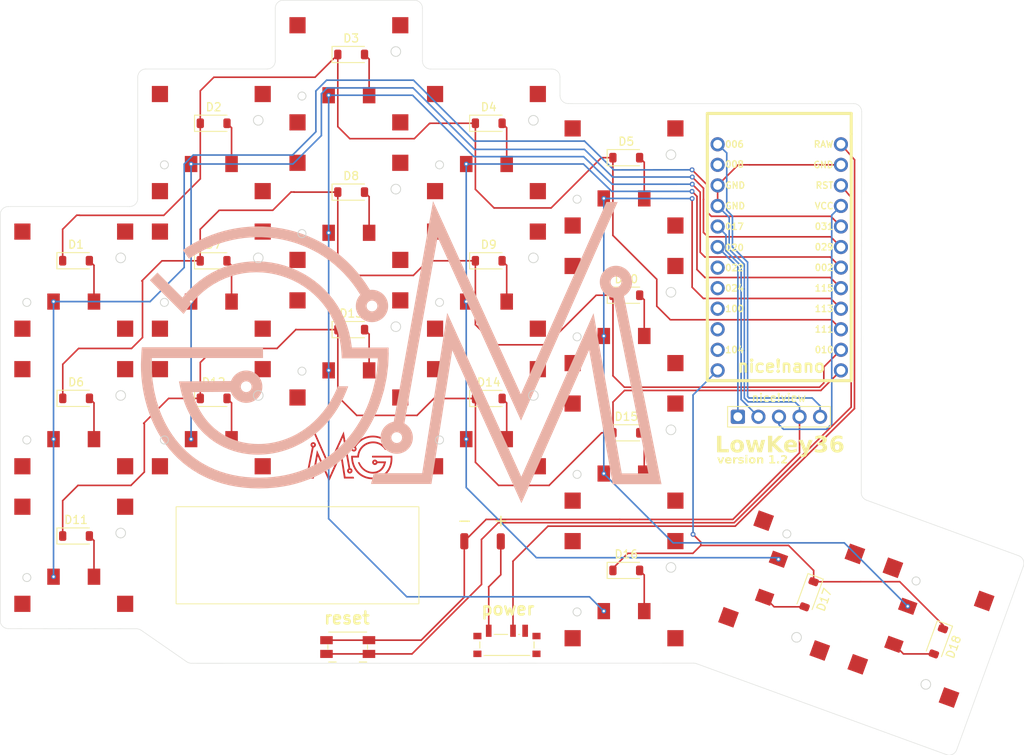
<source format=kicad_pcb>
(kicad_pcb (version 20240108) (generator "pcbnew") (generator_version "8.0")
  (title_block (title "LowKey36") (date "2024-11-16") (rev "1.2") (company "mattgilbert.co") (comment 1 "Matt Gilbert"))
  (layers (0 "F.Cu" signal) (31 "B.Cu" signal) (34 "B.Paste" user) (35 "F.Paste" user) (36 "B.SilkS" user "B.Silkscreen") (37 "F.SilkS" user "F.Silkscreen") (38 "B.Mask" user) (39 "F.Mask" user) (44 "Edge.Cuts" user))
  (net 0 "")
  (net 1 "row0")
  (net 2 "Net-(D1-A)")
  (net 3 "Net-(D2-A)")
  (net 4 "Net-(D3-A)")
  (net 5 "Net-(D4-A)")
  (net 6 "Net-(D5-A)")
  (net 7 "Net-(D6-A)")
  (net 8 "row1")
  (net 9 "Net-(D7-A)")
  (net 10 "Net-(D8-A)")
  (net 11 "Net-(D9-A)")
  (net 12 "Net-(D10-A)")
  (net 13 "row2")
  (net 14 "Net-(D11-A)")
  (net 15 "Net-(D12-A)")
  (net 16 "Net-(D13-A)")
  (net 17 "Net-(D14-A)")
  (net 18 "Net-(D15-A)")
  (net 19 "Net-(D16-A)")
  (net 20 "row3")
  (net 21 "Net-(D17-A)")
  (net 22 "Net-(D18-A)")
  (net 23 "cs")
  (net 24 "VCC")
  (net 25 "sck")
  (net 26 "mosi")
  (net 27 "GND")
  (net 28 "Net-(Jbatt1-Pin_1)")
  (net 29 "+BATT")
  (net 30 "rst")
  (net 31 "col0")
  (net 32 "col1")
  (net 33 "col2")
  (net 34 "col3")
  (net 35 "col4")
  (footprint "PG1316S:CPG1316S01D02" (layer "F.Cu") (at 38.185877 84.431503)
    (property "Reference" "SW7" (hide yes))
    (property "Value" "SW_Push" (hide yes))
    (fp_circle (center -5.8 2.75) (end -5.3 2.75) (stroke (width 0.1)) (fill none) (layer "Edge.Cuts"))
    (fp_circle (center 5.8 -2.75) (end 6.4 -2.75) (stroke (width 0.1)) (fill none) (layer "Edge.Cuts"))
  )
  (footprint "PG1316S:CPG1316S01D02" (layer "F.Cu") (at 38.185877 67.431503)
    (property "Reference" "SW2" (hide yes))
    (property "Value" "SW_Push" (hide yes))
    (fp_circle (center -5.8 2.75) (end -5.3 2.75) (stroke (width 0.1)) (fill none) (layer "Edge.Cuts"))
    (fp_circle (center 5.8 -2.75) (end 6.4 -2.75) (stroke (width 0.1)) (fill none) (layer "Edge.Cuts"))
  )
  (footprint "Connector_Wire:SolderWirePad_1x01_SMD_1x2mm" (layer "F.Cu") (at 73.956373 116.713709)
    (property "Reference" "Jbatt1" (hide yes))
    (property "Value" "Conn_01x01" (hide yes))
  )
  (footprint "PG1316S:CPG1316S01D02" (layer "F.Cu") (at 72.185877 67.431503)
    (property "Reference" "SW4" (hide yes))
    (property "Value" "SW_Push" (hide yes))
    (fp_circle (center -5.8 2.75) (end -5.3 2.75) (stroke (width 0.1)) (fill none) (layer "Edge.Cuts"))
    (fp_circle (center 5.8 -2.75) (end 6.4 -2.75) (stroke (width 0.1)) (fill none) (layer "Edge.Cuts"))
  )
  (footprint "nice-nano-kicad:nice_nano" (layer "F.Cu") (at 108.37368 81.612691 -90)
    (property "Reference" "U1" (hide yes))
    (property "Value" "Nice_Nano_V2" (hide yes))
  )
  (footprint "SSSS811101:SW_SSSS811101" (layer "F.Cu") (at 74.716665 129.512188)
    (property "Reference" "pwr1" (hide yes))
    (property "Value" "MSK12C02")
  )
  (footprint "Diode_SMD:D_SOD-123" (layer "F.Cu") (at 38.46368 82.042578)
    (property "Reference" "D7")
    (property "Value" "D")
  )
  (footprint "PG1316S:CPG1316S01D02" (layer "F.Cu") (at 21.185877 84.431503)
    (property "Reference" "SW1" (hide yes))
    (property "Value" "SW_Push" (hide yes))
    (fp_circle (center -5.8 2.75) (end -5.3 2.75) (stroke (width 0.1)) (fill none) (layer "Edge.Cuts"))
    (fp_circle (center 5.8 -2.75) (end 6.4 -2.75) (stroke (width 0.1)) (fill none) (layer "Edge.Cuts"))
  )
  (footprint "Diode_SMD:D_SOD-123" (layer "F.Cu") (at 89.460199 69.297134)
    (property "Reference" "D5")
    (property "Value" "D")
  )
  (footprint "Diode_SMD:D_SOD-123" (layer "F.Cu") (at 55.472067 90.545581)
    (property "Reference" "D13")
    (property "Value" "D")
  )
  (footprint "Diode_SMD:D_SOD-123" (layer "F.Cu") (at 55.464834 73.553293)
    (property "Reference" "D8")
    (property "Value" "D")
  )
  (footprint "PG1316S:CPG1316S-1.5w" (layer "F.Cu") (at 125.879976 127.992974 -110)
    (property "Reference" "SW18" (hide yes))
    (property "Value" "SW_Push" (hide yes))
    (fp_circle (center -5.799999 2.749999) (end -5.300001 2.75) (stroke (width 0.1)) (fill none) (layer "Edge.Cuts"))
    (fp_circle (center 5.799999 -2.749999) (end 6.4 -2.75) (stroke (width 0.1)) (fill none) (layer "Edge.Cuts"))
  )
  (footprint "PG1316S:CPG1316S01D02" (layer "F.Cu") (at 89.185877 88.681503)
    (property "Reference" "SW10" (hide yes))
    (property "Value" "SW_Push" (hide yes))
    (fp_circle (center -5.8 2.75) (end -5.3 2.75) (stroke (width 0.1)) (fill none) (layer "Edge.Cuts"))
    (fp_circle (center 5.8 -2.75) (end 6.4 -2.75) (stroke (width 0.1)) (fill none) (layer "Edge.Cuts"))
  )
  (footprint "Button_Switch_SMD:Panasonic_EVQPUJ_EVQPUA" (layer "F.Cu") (at 55.04064 129.77214 180)
    (property "Reference" "rst1" (hide yes))
    (property "Value" "SW_Push")
  )
  (footprint "Connector_Wire:SolderWirePad_1x01_SMD_1x2mm" (layer "F.Cu") (at 69.448541 116.697606)
    (property "Reference" "Jgnd1" (hide yes))
    (property "Value" "Conn_01x01" (hide yes))
  )
  (footprint "PG1316S:CPG1316S01D02" (layer "F.Cu") (at 55.185877 92.931503)
    (property "Reference" "SW13" (hide yes))
    (property "Value" "SW_Push" (hide yes))
    (fp_circle (center -5.8 2.75) (end -5.3 2.75) (stroke (width 0.1)) (fill none) (layer "Edge.Cuts"))
    (fp_circle (center 5.8 -2.75) (end 6.4 -2.75) (stroke (width 0.1)) (fill none) (layer "Edge.Cuts"))
  )
  (footprint "PG1316S:CPG1316S01D02" (layer "F.Cu") (at 55.185877 75.931503)
    (property "Reference" "SW8" (hide yes))
    (property "Value" "SW_Push" (hide yes))
    (fp_circle (center -5.8 2.75) (end -5.3 2.75) (stroke (width 0.1)) (fill none) (layer "Edge.Cuts"))
    (fp_circle (center 5.8 -2.75) (end 6.4 -2.75) (stroke (width 0.1)) (fill none) (layer "Edge.Cuts"))
  )
  (footprint "PG1316S:CPG1316S01D02" (layer "F.Cu") (at 55.185877 58.931503)
    (property "Reference" "SW3" (hide yes))
    (property "Value" "SW_Push" (hide yes))
    (fp_circle (center -5.8 2.75) (end -5.3 2.75) (stroke (width 0.1)) (fill none) (layer "Edge.Cuts"))
    (fp_circle (center 5.8 -2.75) (end 6.4 -2.75) (stroke (width 0.1)) (fill none) (layer "Edge.Cuts"))
  )
  (footprint "PG1316S:CPG1316S01D02" (layer "F.Cu") (at 89.185877 71.681503)
    (property "Reference" "SW5" (hide yes))
    (property "Value" "SW_Push" (hide yes))
    (fp_circle (center -5.8 2.75) (end -5.3 2.75) (stroke (width 0.1)) (fill none) (layer "Edge.Cuts"))
    (fp_circle (center 5.8 -2.75) (end 6.4 -2.75) (stroke (width 0.1)) (fill none) (layer "Edge.Cuts"))
  )
  (footprint "Diode_SMD:D_SOD-123" (layer "F.Cu") (at 112.056145 123.2508 -110)
    (property "Reference" "D17")
    (property "Value" "D")
  )
  (footprint "PG1316S:CPG1316S01D02" (layer "F.Cu") (at 89.185877 105.681503)
    (property "Reference" "SW15" (hide yes))
    (property "Value" "SW_Push" (hide yes))
    (fp_circle (center -5.8 2.75) (end -5.3 2.75) (stroke (width 0.1)) (fill none) (layer "Edge.Cuts"))
    (fp_circle (center 5.8 -2.75) (end 6.4 -2.75) (stroke (width 0.1)) (fill none) (layer "Edge.Cuts"))
  )
  (footprint "Diode_SMD:D_SOD-123" (layer "F.Cu") (at 89.473655 103.296926)
    (property "Reference" "D15")
    (property "Value" "D")
  )
  (footprint "PG1316S:CPG1316S01D02" (layer "F.Cu") (at 72.185877 84.431503)
    (property "Reference" "SW9" (hide yes))
    (property "Value" "SW_Push" (hide yes))
    (fp_circle (center -5.8 2.75) (end -5.3 2.75) (stroke (width 0.1)) (fill none) (layer "Edge.Cuts"))
    (fp_circle (center 5.8 -2.75) (end 6.4 -2.75) (stroke (width 0.1)) (fill none) (layer "Edge.Cuts"))
  )
  (footprint "Diode_SMD:D_SOD-123" (layer "F.Cu") (at 21.476164 99.040085)
    (property "Reference" "D6")
    (property "Value" "D")
  )
  (footprint "PG1316S:CPG1316S01D02" (layer "F.Cu") (at 72.185877 101.431503)
    (property "Reference" "SW14" (hide yes))
    (property "Value" "SW_Push" (hide yes))
    (fp_circle (center -5.8 2.75) (end -5.3 2.75) (stroke (width 0.1)) (fill none) (layer "Edge.Cuts"))
    (fp_circle (center 5.8 -2.75) (end 6.4 -2.75) (stroke (width 0.1)) (fill none) (layer "Edge.Cuts"))
  )
  (footprint "Diode_SMD:D_SOD-123" (layer "F.Cu") (at 89.46358 120.30455)
    (property "Reference" "D16")
    (property "Value" "D")
  )
  (footprint "nice_view:nice_view" (layer "F.Cu") (at 108.335877 84.806503)
    (property "Reference" "Display1")
    (property "Value" "nice!view")
  )
  (footprint "Diode_SMD:D_SOD-123" (layer "F.Cu") (at 38.474504 99.045334)
    (property "Reference" "D12")
    (property "Value" "D")
  )
  (footprint "PG1316S:CPG1316S01D02" (layer "F.Cu") (at 21.185877 118.431503)
    (property "Reference" "SW11" (hide yes))
    (property "Value" "SW_Push" (hide yes))
    (fp_circle (center -5.8 2.75) (end -5.3 2.75) (stroke (width 0.1)) (fill none) (layer "Edge.Cuts"))
    (fp_circle (center 5.8 -2.75) (end 6.4 -2.75) (stroke (width 0.1)) (fill none) (layer "Edge.Cuts"))
  )
  (footprint "Diode_SMD:D_SOD-123" (layer "F.Cu") (at 72.468907 65.044661)
    (property "Reference" "D4")
    (property "Value" "D")
  )
  (footprint "Diode_SMD:D_SOD-123" (layer "F.Cu") (at 21.462522 82.03124)
    (property "Reference" "D1")
    (property "Value" "D")
  )
  (footprint "PG1316S:CPG1316S01D02" (layer "F.Cu") (at 21.185877 101.431503)
    (property "Reference" "SW6" (hide yes))
    (property "Value" "SW_Push" (hide yes))
    (fp_circle (center -5.8 2.75) (end -5.3 2.75) (stroke (width 0.1)) (fill none) (layer "Edge.Cuts"))
    (fp_circle (center 5.8 -2.75) (end 6.4 -2.75) (stroke (width 0.1)) (fill none) (layer "Edge.Cuts"))
  )
  (footprint "Diode_SMD:D_SOD-123" (layer "F.Cu") (at 38.473834 65.047598)
    (property "Reference" "D2")
    (property "Value" "D")
  )
  (footprint "Diode_SMD:D_SOD-123" (layer "F.Cu") (at 72.47491 99.056471)
    (property "Reference" "D14")
    (property "Value" "D")
  )
  (footprint "PG1316S:CPG1316S01D02" (layer "F.Cu") (at 89.185877 122.681503)
    (property "Reference" "SW16" (hide yes))
    (property "Value" "SW_Push" (hide yes))
    (fp_circle (center -5.8 2.75) (end -5.3 2.75) (stroke (width 0.1)) (fill none) (layer "Edge.Cuts"))
    (fp_circle (center 5.8 -2.75) (end 6.4 -2.75) (stroke (width 0.1)) (fill none) (layer "Edge.Cuts"))
  )
  (footprint "Diode_SMD:D_SOD-123" (layer "F.Cu") (at 128.035838 129.071595 -110)
    (property "Reference" "D18")
    (property "Value" "D")
  )
  (footprint "Diode_SMD:D_SOD-123" (layer "F.Cu") (at 89.470703 86.295633)
    (property "Reference" "D10")
    (property "Value" "D")
  )
  (footprint "PG1316S:CPG1316S-1.5w" (layer "F.Cu") (at 109.905201 122.178633 -110)
    (property "Reference" "SW17" (hide yes))
    (property "Value" "SW_Push" (hide yes))
    (fp_circle (center -5.799999 2.749999) (end -5.300001 2.75) (stroke (width 0.1)) (fill none) (layer "Edge.Cuts"))
    (fp_circle (center 5.799999 -2.749999) (end 6.4 -2.75) (stroke (width 0.1)) (fill none) (layer "Edge.Cuts"))
  )
  (footprint "Diode_SMD:D_SOD-123" (layer "F.Cu") (at 21.465688 116.049341)
    (property "Reference" "D11")
    (property "Value" "D")
  )
  (footprint "PG1316S:CPG1316S01D02" (layer "F.Cu") (at 38.185877 101.431503)
    (property "Reference" "SW12" (hide yes))
    (property "Value" "SW_Push" (hide yes))
    (fp_circle (center -5.8 2.75) (end -5.3 2.75) (stroke (width 0.1)) (fill none) (layer "Edge.Cuts"))
    (fp_circle (center 5.8 -2.75) (end 6.4 -2.75) (stroke (width 0.1)) (fill none) (layer "Edge.Cuts"))
  )
  (footprint "Diode_SMD:D_SOD-123" (layer "F.Cu") (at 55.466813 56.546579)
    (property "Reference" "D3")
    (property "Value" "D")
  )
  (footprint "Diode_SMD:D_SOD-123" (layer "F.Cu") (at 72.467562 82.03957)
    (property "Reference" "D9")
    (property "Value" "D")
  )
  (gr_poly (pts (xy 58.409779 106.610195) (xy 58.422969 106.610975) (xy 58.436018 106.612263) (xy 58.448915 106.614049) (xy 58.46165 106.616323) (xy 58.474214 106.619075) (xy 58.486596 106.622296) (xy 58.498788 106.625976) (xy 58.510778 106.630105) (xy 58.522558 106.634672) (xy 58.534116 106.639669) (xy 58.545445 106.645085) (xy 58.556533 106.650911) (xy 58.567371 106.657136) (xy 58.577949 106.663751) (xy 58.588257 106.670746) (xy 58.598285 106.678112) (xy 58.608024 106.685837) (xy 58.617463 106.693914) (xy 58.626593 106.70233) (xy 58.635404 106.711078) (xy 58.643887 106.720147) (xy 58.65203 106.729526) (xy 58.659825 106.739208) (xy 58.667262 106.74918) (xy 58.67433 106.759434) (xy 58.68102 106.76996) (xy 58.687323 106.780748) (xy 58.693228 106.791788) (xy 58.698725 106.80307) (xy 58.703804 106.814585) (xy 58.708457 106.826322) (xy 59.645802 106.832816) (xy 59.782287 106.832816) (xy 59.754479 106.966437) (xy 59.738779 107.036449) (xy 59.721236 107.104575) (xy 59.701895 107.170822) (xy 59.680799 107.235192) (xy 59.657993 107.297693) (xy 59.633521 107.358327) (xy 59.607428 107.417099) (xy 59.579758 107.474015) (xy 59.550556 107.529079) (xy 59.519866 107.582295) (xy 59.487732 107.633669) (xy 59.454199 107.683204) (xy 59.419311 107.730906) (xy 59.383112 107.77678) (xy 59.345647 107.820829) (xy 59.306961 107.863059) (xy 59.267097 107.903474) (xy 59.2261 107.942079) (xy 59.140884 108.013877) (xy 59.051669 108.078492) (xy 58.95881 108.13596) (xy 58.862661 108.186318) (xy 58.763578 108.229604) (xy 58.661915 108.265855) (xy 58.558029 108.295109) (xy 58.479646 108.312328) (xy 58.40022 108.325745) (xy 58.319906 108.335356) (xy 58.238857 108.341156) (xy 58.157225 108.34314) (xy 58.075166 108.341301) (xy 57.992832 108.335635) (xy 57.910378 108.326137) (xy 57.827956 108.312801) (xy 57.74572 108.295622) (xy 57.663825 108.274595) (xy 57.582423 108.249714) (xy 57.501668 108.220974) (xy 57.421713 108.18837) (xy 57.342714 108.151896) (xy 57.264822 108.111547) (xy 57.188192 108.067318) (xy 57.112976 108.019204) (xy 57.03933 107.9672) (xy 56.967406 107.911299) (xy 56.897358 107.851497) (xy 56.82934 107.787788) (xy 56.763504 107.720168) (xy 56.700006 107.64863) (xy 56.638998 107.57317) (xy 56.580634 107.493782) (xy 56.525067 107.410462) (xy 56.472452 107.323203) (xy 56.422942 107.232) (xy 56.37669 107.136848) (xy 56.33385 107.037743) (xy 56.294575 106.934677) (xy 56.508023 106.933778) (xy 56.545481 107.020404) (xy 56.5857 107.10377) (xy 56.628567 107.183875) (xy 56.673966 107.260717) (xy 56.721782 107.334293) (xy 56.771899 107.404602) (xy 56.824203 107.471642) (xy 56.878577 107.535411) (xy 56.934907 107.595907) (xy 56.993077 107.653128) (xy 57.052972 107.707072) (xy 57.114476 107.757737) (xy 57.177476 107.805121) (xy 57.241854 107.849223) (xy 57.307496 107.89004) (xy 57.374286 107.92757) (xy 57.44211 107.961812) (xy 57.510852 107.992763) (xy 57.580396 108.020422) (xy 57.650628 108.044787) (xy 57.721431 108.065855) (xy 57.792692 108.083625) (xy 57.864294 108.098095) (xy 57.936122 108.109263) (xy 58.008061 108.117127) (xy 58.079996 108.121685) (xy 58.151811 108.122935) (xy 58.223391 108.120875) (xy 58.294621 108.115503) (xy 58.365386 108.106818) (xy 58.435569 108.094817) (xy 58.505056 108.079498) (xy 58.588921 108.056026) (xy 58.671026 108.027202) (xy 58.751135 107.993013) (xy 58.829017 107.953447) (xy 58.904436 107.908491) (xy 58.977159 107.858129) (xy 59.046953 107.802351) (xy 59.113582 107.741141) (xy 59.176815 107.674487) (xy 59.236416 107.602376) (xy 59.292153 107.524794) (xy 59.343791 107.441728) (xy 59.391096 107.353164) (xy 59.433834 107.25909) (xy 59.471773 107.159491) (xy 59.504677 107.054356) (xy 58.712419 107.048383) (xy 58.703212 107.072723) (xy 58.692199 107.096116) (xy 58.679465 107.118474) (xy 58.665097 107.139713) (xy 58.64918 107.159747) (xy 58.631801 107.178489) (xy 58.613045 107.195854) (xy 58.592998 107.211755) (xy 58.571746 107.226107) (xy 58.549375 107.238825) (xy 58.525971 107.249821) (xy 58.501619 107.259011) (xy 58.476406 107.266308) (xy 58.450417 107.271627) (xy 58.423738 107.274881) (xy 58.410167 107.275707) (xy 58.396456 107.275985) (xy 58.37933 107.275551) (xy 58.362427 107.274264) (xy 58.345769 107.272144) (xy 58.329376 107.269214) (xy 58.31327 107.265492) (xy 58.297472 107.261002) (xy 58.282002 107.255762) (xy 58.266881 107.249796) (xy 58.252131 107.243123) (xy 58.237773 107.235764) (xy 58.223827 107.227742) (xy 58.210314 107.219075) (xy 58.197256 107.209787) (xy 58.184674 107.199896) (xy 58.172588 107.189426) (xy 58.161019 107.178396) (xy 58.149989 107.166827) (xy 58.139519 107.154741) (xy 58.129628 107.142158) (xy 58.12034 107.1291) (xy 58.111673 107.115588) (xy 58.103651 107.101642) (xy 58.096292 107.087283) (xy 58.089619 107.072533) (xy 58.083653 107.057413) (xy 58.078414 107.041943) (xy 58.073923 107.026144) (xy 58.070202 107.010038) (xy 58.067271 106.993646) (xy 58.065151 106.976988) (xy 58.063864 106.960085) (xy 58.06343 106.942959) (xy 58.285447 106.942959) (xy 58.285592 106.948668) (xy 58.286021 106.954302) (xy 58.286727 106.959855) (xy 58.287704 106.965319) (xy 58.288945 106.970688) (xy 58.290442 106.975954) (xy 58.292188 106.98111) (xy 58.294177 106.986151) (xy 58.296401 106.991067) (xy 58.298854 106.995853) (xy 58.301528 107.000502) (xy 58.304417 107.005006) (xy 58.307513 107.009359) (xy 58.31081 107.013553) (xy 58.3143 107.017582) (xy 58.317977 107.021438) (xy 58.321833 107.025115) (xy 58.325862 107.028605) (xy 58.330056 107.031901) (xy 58.334409 107.034998) (xy 58.338913 107.037886) (xy 58.343561 107.040561) (xy 58.348348 107.043014) (xy 58.353264 107.045238) (xy 58.358304 107.047227) (xy 58.363461 107.048973) (xy 58.368727 107.05047) (xy 58.374096 107.05171) (xy 58.37956 107.052687) (xy 58.385113 107.053394) (xy 58.390747 107.053823) (xy 58.396456 107.053967) (xy 58.402164 107.053823) (xy 58.407799 107.053394) (xy 58.413351 107.052687) (xy 58.418816 107.05171) (xy 58.424184 107.05047) (xy 58.42945 107.048973) (xy 58.434607 107.047227) (xy 58.439647 107.045238) (xy 58.444564 107.043014) (xy 58.44935 107.040561) (xy 58.453999 107.037886) (xy 58.458503 107.034998) (xy 58.462856 107.031901) (xy 58.46705 107.028605) (xy 58.471079 107.025115) (xy 58.474935 107.021438) (xy 58.478612 107.017582) (xy 58.482102 107.013553) (xy 58.485399 107.009359) (xy 58.488495 107.005006) (xy 58.491384 107.000502) (xy 58.494058 106.995853) (xy 58.496511 106.991067) (xy 58.498735 106.986151) (xy 58.500724 106.98111) (xy 58.502471 106.975954) (xy 58.503967 106.970688) (xy 58.505208 106.965319) (xy 58.506185 106.959855) (xy 58.506891 106.954302) (xy 58.50732 106.948668) (xy 58.507465 106.942959) (xy 58.50732 106.93725) (xy 58.506891 106.931616) (xy 58.506185 106.926063) (xy 58.505208 106.920599) (xy 58.503967 106.91523) (xy 58.502471 106.909964) (xy 58.500724 106.904807) (xy 58.498735 106.899767) (xy 58.496511 106.894851) (xy 58.494058 106.890064) (xy 58.491384 106.885416) (xy 58.488495 106.880912) (xy 58.485399 106.876559) (xy 58.482102 106.872365) (xy 58.478612 106.868336) (xy 58.474935 106.86448) (xy 58.471079 106.860803) (xy 58.46705 106.857313) (xy 58.462856 106.854016) (xy 58.458503 106.85092) (xy 58.453999 106.848031) (xy 58.44935 106.845357) (xy 58.444564 106.842904) (xy 58.439647 106.84068) (xy 58.434607 106.838691) (xy 58.42945 106.836945) (xy 58.424184 106.835448) (xy 58.418816 106.834208) (xy 58.413351 106.833231) (xy 58.407799 106.832524) (xy 58.402164 106.832095) (xy 58.396456 106.831951) (xy 58.390747 106.832095) (xy 58.385113 106.832524) (xy 58.37956 106.833231) (xy 58.374096 106.834208) (xy 58.368727 106.835448) (xy 58.363461 106.836945) (xy 58.358304 106.838691) (xy 58.353264 106.84068) (xy 58.348348 106.842904) (xy 58.343561 106.845357) (xy 58.338913 106.848031) (xy 58.334409 106.85092) (xy 58.330056 106.854016) (xy 58.325862 106.857313) (xy 58.321833 106.860803) (xy 58.317977 106.86448) (xy 58.3143 106.868336) (xy 58.31081 106.872365) (xy 58.307513 106.876559) (xy 58.304417 106.880912) (xy 58.301528 106.885416) (xy 58.298854 106.890064) (xy 58.296401 106.894851) (xy 58.294177 106.899767) (xy 58.292188 106.904807) (xy 58.290442 106.909964) (xy 58.288945 106.91523) (xy 58.287704 106.920599) (xy 58.286727 106.926063) (xy 58.286021 106.931616) (xy 58.285592 106.93725) (xy 58.285447 106.942959) (xy 58.06343 106.942959) (xy 58.063864 106.925832) (xy 58.065151 106.908928) (xy 58.067271 106.892269) (xy 58.070202 106.875876) (xy 58.073923 106.85977) (xy 58.078414 106.843971) (xy 58.083653 106.8285) (xy 58.089619 106.81338) (xy 58.096292 106.798629) (xy 58.103651 106.784271) (xy 58.111673 106.770325) (xy 58.12034 106.756812) (xy 58.129628 106.743754) (xy 58.139519 106.731172) (xy 58.149989 106.719086) (xy 58.161019 106.707518) (xy 58.172588 106.696488) (xy 58.184674 106.686018) (xy 58.197256 106.676128) (xy 58.210314 106.66684) (xy 58.223827 106.658174) (xy 58.237773 106.650151) (xy 58.252131 106.642793) (xy 58.266881 106.63612) (xy 58.282002 106.630154) (xy 58.297472 106.624915) (xy 58.31327 106.620425) (xy 58.329376 106.616704) (xy 58.345769 106.613773) (xy 58.362427 106.611654) (xy 58.37933 106.610367) (xy 58.396456 106.609933)) (stroke (width -0.000001)) (fill solid) (layer "F.Cu"))
  (gr_poly (pts (xy 50.79764 104.452638) (xy 50.814543 104.453925) (xy 50.831201 104.456044) (xy 50.847593 104.458975) (xy 50.863699 104.462696) (xy 50.879498 104.467187) (xy 50.894968 104.472426) (xy 50.910089 104.478393) (xy 50.924838 104.485066) (xy 50.939197 104.492424) (xy 50.953143 104.500447) (xy 50.966655 104.509113) (xy 50.979713 104.518402) (xy 50.992296 104.528292) (xy 51.004382 104.538763) (xy 51.015951 104.549793) (xy 51.026981 104.561361) (xy 51.037451 104.573447) (xy 51.047342 104.58603) (xy 51.05663 104.599088) (xy 51.065297 104.6126) (xy 51.073319 104.626546) (xy 51.080678 104.640905) (xy 51.087351 104.655655) (xy 51.093317 104.670775) (xy 51.098556 104.686245) (xy 51.103047 104.702044) (xy 51.106768 104.71815) (xy 51.109699 104.734543) (xy 51.111819 104.751201) (xy 51.113106 104.768103) (xy 51.11354 104.78523) (xy 51.113188 104.800656) (xy 51.112143 104.815902) (xy 51.110421 104.830954) (xy 51.108036 104.845795) (xy 51.105004 104.860411) (xy 51.10134 104.874786) (xy 51.097059 104.888906) (xy 51.092178 104.902753) (xy 51.08671 104.916315) (xy 51.080672 104.929574) (xy 51.074079 104.942516) (xy 51.066946 104.955125) (xy 51.059288 104.967387) (xy 51.05112 104.979285) (xy 51.042459 104.990805) (xy 51.033319 105.001931) (xy 51.023716 105.012648) (xy 51.013665 105.02294) (xy 51.003181 105.032793) (xy 50.992279 105.042191) (xy 50.980975 105.051118) (xy 50.969285 105.05956) (xy 50.957223 105.067501) (xy 50.944805 105.074926) (xy 50.932046 105.081819) (xy 50.918961 105.088166) (xy 50.905567 105.09395) (xy 50.891877 105.099157) (xy 50.877908 105.103771) (xy 50.863674 105.107777) (xy 50.849191 105.11116) (xy 50.834475 105.113904) (xy 50.11313 108.729043) (xy 50.661002 108.729043) (xy 51.241532 105.427314) (xy 52.729969 108.79749) (xy 54.256448 105.421198) (xy 54.771239 108.72438) (xy 55.768629 108.72438) (xy 55.825653 108.946397) (xy 54.581148 108.946397) (xy 54.151811 106.191564) (xy 52.727604 109.341654) (xy 51.333659 106.185448) (xy 50.847386 108.95106) (xy 49.842436 108.95106) (xy 50.615899 105.07474) (xy 50.597436 105.063398) (xy 50.57979 105.050916) (xy 50.563015 105.037344) (xy 50.54716 105.022735) (xy 50.532278 105.00714) (xy 50.51842 104.990611) (xy 50.505638 104.973198) (xy 50.493983 104.954953) (xy 50.483506 104.935929) (xy 50.474259 104.916175) (xy 50.466293 104.895744) (xy 50.459661 104.874687) (xy 50.454412 104.853056) (xy 50.4506 104.830902) (xy 50.448275 104.808276) (xy 50.447488 104.78523) (xy 50.669505 104.78523) (xy 50.66965 104.790938) (xy 50.670079 104.796573) (xy 50.670785 104.802125) (xy 50.671762 104.80759) (xy 50.673003 104.812958) (xy 50.6745 104.818224) (xy 50.676246 104.823381) (xy 50.678235 104.828421) (xy 50.680459 104.833338) (xy 50.682912 104.838124) (xy 50.685586 104.842773) (xy 50.688475 104.847277) (xy 50.691571 104.851629) (xy 50.694868 104.855824) (xy 50.698358 104.859852) (xy 50.702035 104.863708) (xy 50.705891 104.867385) (xy 50.70992 104.870875) (xy 50.714114 104.874172) (xy 50.718467 104.877268) (xy 50.722971 104.880157) (xy 50.72762 104.882831) (xy 50.732406 104.885284) (xy 50.737322 104.887508) (xy 50.742363 104.889497) (xy 50.747519 104.891244) (xy 50.752785 104.89274) (xy 50.758154 104.893981) (xy 50.763618 104.894958) (xy 50.769171 104.895664) (xy 50.774805 104.896093) (xy 50.780514 104.896238) (xy 50.786223 104.896093) (xy 50.791857 104.895664) (xy 50.79741 104.894958) (xy 50.802874 104.893981) (xy 50.808242 104.89274) (xy 50.813509 104.891244) (xy 50.818665 104.889497) (xy 50.823705 104.887508) (xy 50.828622 104.885284) (xy 50.833408 104.882831) (xy 50.838057 104.880157) (xy 50.842561 104.877268) (xy 50.846914 104.874172) (xy 50.851108 104.870875) (xy 50.855137 104.867385) (xy 50.858993 104.863708) (xy 50.862669 104.859852) (xy 50.86616 104.855824) (xy 50.869456 104.851629) (xy 50.872553 104.847277) (xy 50.875441 104.842773) (xy 50.878116 104.838124) (xy 50.880569 104.833338) (xy 50.882793 104.828421) (xy 50.884782 104.823381) (xy 50.886528 104.818224) (xy 50.888025 104.812958) (xy 50.889265 104.80759) (xy 50.890242 104.802125) (xy 50.890949 104.796573) (xy 50.891378 104.790938) (xy 50.891522 104.78523) (xy 50.891378 104.779521) (xy 50.890949 104.773887) (xy 50.890242 104.768334) (xy 50.889265 104.76287) (xy 50.888025 104.757501) (xy 50.886528 104.752235) (xy 50.884782 104.747078) (xy 50.882793 104.742038) (xy 50.880569 104.737121) (xy 50.878116 104.732335) (xy 50.875441 104.727687) (xy 50.872553 104.723182) (xy 50.869456 104.71883) (xy 50.86616 104.714636) (xy 50.862669 104.710607) (xy 50.858993 104.706751) (xy 50.855137 104.703074) (xy 50.851108 104.699584) (xy 50.846914 104.696287) (xy 50.842561 104.693191) (xy 50.838057 104.690302) (xy 50.833408 104.687628) (xy 50.828622 104.685175) (xy 50.823705 104.682951) (xy 50.818665 104.680962) (xy 50.813509 104.679215) (xy 50.808242 104.677719) (xy 50.802874 104.676478) (xy 50.79741 104.675501) (xy 50.791857 104.674795) (xy 50.786223 104.674366) (xy 50.780514 104.674221) (xy 50.774805 104.674366) (xy 50.769171 104.674795) (xy 50.763618 104.675501) (xy 50.758154 104.676478) (xy 50.752785 104.677719) (xy 50.747519 104.679215) (xy 50.742363 104.680962) (xy 50.737322 104.682951) (xy 50.732406 104.685175) (xy 50.72762 104.687628) (xy 50.722971 104.690302) (xy 50.718467 104.693191) (xy 50.714114 104.696287) (xy 50.70992 104.699584) (xy 50.705891 104.703074) (xy 50.702035 104.706751) (xy 50.698358 104.710607) (xy 50.694868 104.714636) (xy 50.691571 104.71883) (xy 50.688475 104.723182) (xy 50.685586 104.727687) (xy 50.682912 104.732335) (xy 50.680459 104.737121) (xy 50.678235 104.742038) (xy 50.676246 104.747078) (xy 50.6745 104.752235) (xy 50.673003 104.757501) (xy 50.671762 104.76287) (xy 50.670785 104.768334) (xy 50.670079 104.773887) (xy 50.66965 104.779521) (xy 50.669505 104.78523) (xy 50.447488 104.78523) (xy 50.447922 104.768103) (xy 50.449209 104.751201) (xy 50.451328 104.734543) (xy 50.454259 104.71815) (xy 50.457981 104.702044) (xy 50.462471 104.686245) (xy 50.46771 104.670775) (xy 50.473677 104.655655) (xy 50.48035 104.640905) (xy 50.487708 104.626546) (xy 50.495731 104.6126) (xy 50.504398 104.599088) (xy 50.513686 104.58603) (xy 50.523576 104.573447) (xy 50.534047 104.561361) (xy 50.545077 104.549793) (xy 50.556646 104.538763) (xy 50.568732 104.528292) (xy 50.581314 104.518402) (xy 50.594372 104.509113) (xy 50.607885 104.500447) (xy 50.621831 104.492424) (xy 50.636189 104.485066) (xy 50.650939 104.478393) (xy 50.66606 104.472426) (xy 50.68153 104.467187) (xy 50.697328 104.462696) (xy 50.713434 104.458975) (xy 50.729827 104.456044) (xy 50.746485 104.453925) (xy 50.763388 104.452638) (xy 50.780514 104.452204)) (stroke (width -0.000001)) (fill solid) (layer "F.Cu"))
  (gr_poly (pts (xy 58.293869 104.363712) (xy 58.433621 104.376558) (xy 58.572851 104.399759) (xy 58.711003 104.433513) (xy 58.847524 104.478016) (xy 58.981859 104.533467) (xy 59.113453 104.600063) (xy 59.241752 104.678001) (xy 59.366202 104.767478) (xy 59.486248 104.868693) (xy 59.601335 104.981841) (xy 59.710909 105.107121) (xy 60.028575 104.789225) (xy 60.224346 104.592141) (xy 60.380201 104.750284) (xy 59.778135 105.353338) (xy 59.686077 105.445409) (xy 59.609724 105.33994) (xy 59.512295 105.215544) (xy 59.409152 105.103) (xy 59.300857 105.00211) (xy 59.187968 104.912675) (xy 59.071046 104.834497) (xy 58.950648 104.767378) (xy 58.827336 104.711118) (xy 58.701667 104.665519) (xy 58.574203 104.630384) (xy 58.445502 104.605513) (xy 58.316124 104.590708) (xy 58.186628 104.585771) (xy 58.057575 104.590503) (xy 57.929522 104.604706) (xy 57.803031 104.628182) (xy 57.678659 104.660731) (xy 57.556968 104.702155) (xy 57.438516 104.752257) (xy 57.323863 104.810837) (xy 57.213568 104.877698) (xy 57.108191 104.95264) (xy 57.008291 105.035465) (xy 56.914428 105.125975) (xy 56.827162 105.223972) (xy 56.747051 105.329256) (xy 56.674656 105.44163) (xy 56.610535 105.560895) (xy 56.555249 105.686852) (xy 56.509356 105.819304) (xy 56.473417 105.958052) (xy 56.44799 106.102896) (xy 56.433636 106.25364) (xy 56.427753 106.358421) (xy 55.684284 106.358421) (xy 55.702692 106.587686) (xy 55.739401 106.81538) (xy 55.794326 107.039678) (xy 55.867387 107.258757) (xy 55.910692 107.36577) (xy 55.958501 107.470793) (xy 56.010802 107.5736) (xy 56.067586 107.673961) (xy 56.128841 107.77165) (xy 56.194559 107.866438) (xy 56.264728 107.958096) (xy 56.339338 108.046398) (xy 56.41838 108.131115) (xy 56.501842 108.212018) (xy 56.589715 108.288881) (xy 56.681988 108.361474) (xy 56.778651 108.429571) (xy 56.879693 108.492942) (xy 56.985105 108.55136) (xy 57.094876 108.604597) (xy 57.208996 108.652424) (xy 57.327454 108.694615) (xy 57.45024 108.73094) (xy 57.577345 108.761172) (xy 57.708757 108.785082) (xy 57.844466 108.802444) (xy 57.984463 108.813028) (xy 58.128736 108.816606) (xy 58.275089 108.812883) (xy 58.416132 108.801883) (xy 58.551899 108.783861) (xy 58.682422 108.759072) (xy 58.807733 108.727771) (xy 58.927865 108.690214) (xy 59.042851 108.646654) (xy 59.152722 108.597348) (xy 59.257511 108.542549) (xy 59.357251 108.482513) (xy 59.451974 108.417495) (xy 59.541712 108.34775) (xy 59.626498 108.273532) (xy 59.706365 108.195097) (xy 59.781344 108.1127) (xy 59.851469 108.026596) (xy 59.916771 107.937039) (xy 59.977283 107.844284) (xy 60.033038 107.748587) (xy 60.084068 107.650203) (xy 60.130405 107.549385) (xy 60.172082 107.44639) (xy 60.241586 107.234887) (xy 60.292839 107.017733) (xy 60.326099 106.796967) (xy 60.341627 106.57463) (xy 60.339683 106.352759) (xy 58.049765 106.352759) (xy 58.049765 106.130742) (xy 60.545605 106.130742) (xy 60.554262 106.232426) (xy 60.565073 106.481681) (xy 60.562876 106.606992) (xy 60.555563 106.732357) (xy 60.543098 106.857472) (xy 60.525445 106.982038) (xy 60.50257 107.105751) (xy 60.474435 107.228309) (xy 60.441006 107.349412) (xy 60.402247 107.468757) (xy 60.358121 107.586042) (xy 60.308594 107.700965) (xy 60.25363 107.813225) (xy 60.193193 107.922519) (xy 60.127247 108.028546) (xy 60.055756 108.131005) (xy 59.978686 108.229592) (xy 59.895999 108.324006) (xy 59.807661 108.413946) (xy 59.713636 108.499109) (xy 59.613888 108.579194) (xy 59.508381 108.653899) (xy 59.39708 108.722922) (xy 59.279949 108.78596) (xy 59.156952 108.842713) (xy 59.028054 108.892878) (xy 58.893219 108.936154) (xy 58.752411 108.972238) (xy 58.605594 109.000829) (xy 58.452733 109.021625) (xy 58.293793 109.034324) (xy 58.128736 109.038624) (xy 57.966845 109.034498) (xy 57.809873 109.0223) (xy 57.657837 109.0023) (xy 57.510749 108.974769) (xy 57.368625 108.939976) (xy 57.231479 108.898193) (xy 57.099325 108.849689) (xy 56.972177 108.794735) (xy 56.850051 108.733601) (xy 56.73296 108.666557) (xy 56.620918 108.593873) (xy 56.513941 108.51582) (xy 56.412042 108.432668) (xy 56.315235 108.344688) (xy 56.223536 108.252149) (xy 56.136958 108.155321) (xy 56.055516 108.054476) (xy 55.979225 107.949883) (xy 55.908098 107.841813) (xy 55.842149 107.730535) (xy 55.781395 107.616321) (xy 55.725847 107.49944) (xy 55.675522 107.380163) (xy 55.630433 107.25876) (xy 55.556023 107.010656) (xy 55.50273 106.757291) (xy 55.47067 106.500828) (xy 55.459957 106.243427) (xy 55.463155 106.243427) (xy 55.463155 106.136404) (xy 56.220355 106.136404) (xy 56.242995 105.977389) (xy 56.276756 105.824585) (xy 56.321084 105.678188) (xy 56.375425 105.538395) (xy 56.439225 105.405405) (xy 56.511928 105.279414) (xy 56.59298 105.16062) (xy 56.681827 105.04922) (xy 56.777915 104.945412) (xy 56.880688 104.849392) (xy 56.989592 104.76136) (xy 57.104073 104.681511) (xy 57.223577 104.610043) (xy 57.347548 104.547154) (xy 57.475433 104.493041) (xy 57.606676 104.447901) (xy 57.740724 104.411932) (xy 57.877022 104.385331) (xy 58.015015 104.368296) (xy 58.154149 104.361024)) (stroke (width -0.000001)) (fill solid) (layer "F.Cu"))
  (gr_poly (pts (xy 58.32392 103.647288) (xy 58.457195 103.65922) (xy 58.589705 103.677609) (xy 58.721168 103.702418) (xy 58.851302 103.733614) (xy 58.979826 103.771161) (xy 59.106457 103.815024) (xy 59.230914 103.865168) (xy 59.352915 103.921559) (xy 59.472177 103.984161) (xy 59.58842 104.052939) (xy 59.701361 104.127859) (xy 59.573891 104.309636) (xy 59.470627 104.241124) (xy 59.364356 104.178212) (xy 59.255332 104.120932) (xy 59.143813 104.069315) (xy 59.030053 104.023393) (xy 58.914308 103.983196) (xy 58.796835 103.948757) (xy 58.677889 103.920105) (xy 58.557726 103.897274) (xy 58.436602 103.880294) (xy 58.314772 103.869196) (xy 58.192492 103.864011) (xy 58.070018 103.864772) (xy 57.947607 103.87151) (xy 57.825512 103.884255) (xy 57.703992 103.903039) (xy 57.5833 103.927894) (xy 57.463694 103.95885) (xy 57.345428 103.99594) (xy 57.228759 104.039194) (xy 57.113942 104.088643) (xy 57.001233 104.14432) (xy 56.890889 104.206256) (xy 56.783164 104.274481) (xy 56.678314 104.349027) (xy 56.576596 104.429926) (xy 56.478266 104.517208) (xy 56.383578 104.610905) (xy 56.292788 104.711049) (xy 56.206154 104.817671) (xy 56.123929 104.930802) (xy 56.046371 105.050474) (xy 56.056807 105.061927) (xy 56.066708 105.073858) (xy 56.076055 105.086248) (xy 56.08483 105.099076) (xy 56.093012 105.112325) (xy 56.100584 105.125974) (xy 56.107525 105.140006) (xy 56.113816 105.1544) (xy 56.11944 105.169137) (xy 56.124375 105.184199) (xy 56.128604 105.199565) (xy 56.132107 105.215218) (xy 56.134864 105.231138) (xy 56.136858 105.247305) (xy 56.138068 105.263701) (xy 56.138475 105.280306) (xy 56.138042 105.297432) (xy 56.136755 105.314335) (xy 56.134635 105.330993) (xy 56.131704 105.347385) (xy 56.127983 105.363491) (xy 56.123492 105.37929) (xy 56.118253 105.39476) (xy 56.112286 105.40988) (xy 56.105613 105.42463) (xy 56.098255 105.438989) (xy 56.090232 105.452935) (xy 56.081566 105.466447) (xy 56.072277 105.479505) (xy 56.062387 105.492088) (xy 56.051916 105.504174) (xy 56.040886 105.515742) (xy 56.029317 105.526772) (xy 56.017231 105.537243) (xy 56.004649 105.547133) (xy 55.991591 105.556422) (xy 55.978078 105.565088) (xy 55.964132 105.573111) (xy 55.949774 105.580469) (xy 55.935024 105.587142) (xy 55.919903 105.593109) (xy 55.904433 105.598348) (xy 55.888635 105.602839) (xy 55.872529 105.60656) (xy 55.856136 105.609491) (xy 55.839478 105.61161) (xy 55.822575 105.612898) (xy 55.805449 105.613331) (xy 55.788322 105.612898) (xy 55.771419 105.61161) (xy 55.75476 105.609491) (xy 55.738367 105.60656) (xy 55.72226 105.602839) (xy 55.706461 105.598348) (xy 55.690991 105.593109) (xy 55.67587 105.587142) (xy 55.66112 105.580469) (xy 55.646761 105.573111) (xy 55.632815 105.565088) (xy 55.619303 105.556422) (xy 55.606245 105.547133) (xy 55.593663 105.537243) (xy 55.581577 105.526772) (xy 55.570008 105.515742) (xy 55.558979 105.504174) (xy 55.548508 105.492088) (xy 55.538618 105.479505) (xy 55.52933 105.466447) (xy 55.520664 105.452935) (xy 55.512642 105.438989) (xy 55.505283 105.42463) (xy 55.498611 105.40988) (xy 55.492645 105.39476) (xy 55.487406 105.37929) (xy 55.482915 105.363491) (xy 55.479194 105.347385) (xy 55.476264 105.330993) (xy 55.474144 105.314335) (xy 55.472857 105.297432) (xy 55.472424 105.280306) (xy 55.694441 105.280306) (xy 55.694585 105.286014) (xy 55.695014 105.291649) (xy 55.695721 105.297201) (xy 55.696698 105.302666) (xy 55.697938 105.308034) (xy 55.699435 105.3133) (xy 55.701182 105.318457) (xy 55.70317 105.323497) (xy 55.705395 105.328414) (xy 55.707848 105.3332) (xy 55.710522 105.337849) (xy 55.713411 105.342353) (xy 55.716507 105.346705) (xy 55.719804 105.3509) (xy 55.723294 105.354928) (xy 55.726971 105.358784) (xy 55.730827 105.362461) (xy 55.734855 105.365951) (xy 55.73905 105.369248) (xy 55.743402 105.372344) (xy 55.747906 105.375233) (xy 55.752555 105.377907) (xy 55.757341 105.38036) (xy 55.762258 105.382584) (xy 55.767298 105.384573) (xy 55.772455 105.38632) (xy 55.777721 105.387816) (xy 55.78309 105.389057) (xy 55.788554 105.390034) (xy 55.794106 105.39074) (xy 55.799741 105.391169) (xy 55.805449 105.391314) (xy 55.811158 105.391169) (xy 55.816792 105.39074) (xy 55.822345 105.390034) (xy 55.827809 105.389057) (xy 55.833178 105.387816) (xy 55.838444 105.38632) (xy 55.843601 105.384573) (xy 55.848641 105.382584) (xy 55.853558 105.38036) (xy 55.858344 105.377907) (xy 55.862993 105.375233) (xy 55.867497 105.372344) (xy 55.87185 105.369248) (xy 55.876044 105.365951) (xy 55.880072 105.362461) (xy 55.883929 105.358784) (xy 55.887605 105.354928) (xy 55.891095 105.3509) (xy 55.894392 105.346705) (xy 55.897488 105.342353) (xy 55.900377 105.337849) (xy 55.903051 105.3332) (xy 55.905504 105.328414) (xy 55.907729 105.323497) (xy 55.909717 105.318457) (xy 55.911464 105.3133) (xy 55.912961 105.308034) (xy 55.914201 105.302666) (xy 55.915178 105.297201) (xy 55.915885 105.291649) (xy 55.916314 105.286014) (xy 55.916458 105.280306) (xy 55.916314 105.274597) (xy 55.915885 105.268963) (xy 55.915178 105.26341) (xy 55.914201 105.257946) (xy 55.912961 105.252577) (xy 55.911464 105.247311) (xy 55.909717 105.242154) (xy 55.907729 105.237114) (xy 55.905504 105.232197) (xy 55.903051 105.227411) (xy 55.900377 105.222763) (xy 55.897488 105.218259) (xy 55.894392 105.213906) (xy 55.891095 105.209712) (xy 55.887605 105.205683) (xy 55.883929 105.201827) (xy 55.880072 105.19815) (xy 55.876044 105.19466) (xy 55.87185 105.191363) (xy 55.867497 105.188267) (xy 55.862993 105.185378) (xy 55.858344 105.182704) (xy 55.853558 105.180251) (xy 55.848641 105.178027) (xy 55.843601 105.176038) (xy 55.838444 105.174291) (xy 55.833178 105.172795) (xy 55.827809 105.171554) (xy 55.822345 105.170577) (xy 55.816792 105.169871) (xy 55.811158 105.169442) (xy 55.805449 105.169297) (xy 55.799741 105.169442) (xy 55.794106 105.169871) (xy 55.788554 105.170577) (xy 55.78309 105.171554) (xy 55.777721 105.172795) (xy 55.772455 105.174291) (xy 55.767298 105.176038) (xy 55.762258 105.178027) (xy 55.757341 105.180251) (xy 55.752555 105.182704) (xy 55.747906 105.185378) (xy 55.743402 105.188267) (xy 55.73905 105.191363) (xy 55.734855 105.19466) (xy 55.730827 105.19815) (xy 55.726971 105.201827) (xy 55.723294 105.205683) (xy 55.719804 105.209712) (xy 55.716507 105.213906) (xy 55.713411 105.218259) (xy 55.710522 105.222763) (xy 55.707848 105.227411) (xy 55.705395 105.232197) (xy 55.70317 105.237114) (xy 55.701182 105.242154) (xy 55.699435 105.247311) (xy 55.697938 105.252577) (xy 55.696698 105.257946) (xy 55.695721 105.26341) (xy 55.695014 105.268963) (xy 55.694585 105.274597) (xy 55.694441 105.280306) (xy 55.472424 105.280306) (xy 55.472857 105.263179) (xy 55.474144 105.246277) (xy 55.476264 105.229619) (xy 55.479194 105.213226) (xy 55.482915 105.19712) (xy 55.487406 105.181322) (xy 55.492645 105.165852) (xy 55.498611 105.150731) (xy 55.505283 105.135981) (xy 55.512642 105.121623) (xy 55.520664 105.107677) (xy 55.52933 105.094164) (xy 55.538618 105.081106) (xy 55.548508 105.068524) (xy 55.558979 105.056437) (xy 55.570008 105.044869) (xy 55.581577 105.033839) (xy 55.593663 105.023368) (xy 55.606245 105.013478) (xy 55.619303 105.004189) (xy 55.632815 104.995523) (xy 55.646761 104.9875) (xy 55.66112 104.980142) (xy 55.67587 104.973469) (xy 55.690991 104.967502) (xy 55.706461 104.962263) (xy 55.72226 104.957772) (xy 55.738367 104.954051) (xy 55.75476 104.95112) (xy 55.771419 104.949001) (xy 55.788322 104.947713) (xy 55.805449 104.94728) (xy 55.810801 104.947322) (xy 55.816132 104.947448) (xy 55.821443 104.947657) (xy 55.826732 104.947949) (xy 55.832 104.948323) (xy 55.837245 104.948779) (xy 55.842467 104.949316) (xy 55.847666 104.949933) (xy 55.93189 104.818217) (xy 56.021269 104.69369) (xy 56.11552 104.576319) (xy 56.214361 104.466067) (xy 56.317512 104.362901) (xy 56.42469 104.266785) (xy 56.535613 104.177683) (xy 56.649999 104.095562) (xy 56.767566 104.020387) (xy 56.888033 103.952121) (xy 57.011118 103.890731) (xy 57.136538 103.836182) (xy 57.264013 103.788437) (xy 57.393259 103.747464) (xy 57.523995 103.713226) (xy 57.65594 103.685688) (xy 57.788811 103.664817) (xy 57.922326 103.650576) (xy 58.056204 103.64293) (xy 58.190163 103.641846)) (stroke (width -0.000001)) (fill solid) (layer "F.Cu"))
  (gr_poly (pts (xy 55.357897 107.66406) (xy 55.372277 107.667071) (xy 55.386423 107.670694) (xy 55.40032 107.674915) (xy 55.413955 107.679718) (xy 55.427312 107.685089) (xy 55.440377 107.691013) (xy 55.453135 107.697477) (xy 55.465571 107.704464) (xy 55.477671 107.711961) (xy 55.489421 107.719953) (xy 55.500806 107.728426) (xy 55.51181 107.737364) (xy 55.522421 107.746753) (xy 55.532622 107.756579) (xy 55.542399 107.766827) (xy 55.551739 107.777482) (xy 55.560625 107.78853) (xy 55.569044 107.799956) (xy 55.576981 107.811746) (xy 55.584421 107.823885) (xy 55.59135 107.836357) (xy 55.597753 107.84915) (xy 55.603615 107.862248) (xy 55.608923 107.875636) (xy 55.613661 107.8893) (xy 55.617814 107.903225) (xy 55.621368 107.917397) (xy 55.624309 107.931801) (xy 55.626622 107.946423) (xy 55.628292 107.961247) (xy 55.629305 107.97626) (xy 55.629646 107.991446) (xy 55.629212 108.008573) (xy 55.627925 108.025476) (xy 55.625806 108.042135) (xy 55.622875 108.058529) (xy 55.619153 108.074635) (xy 55.614663 108.090434) (xy 55.609424 108.105904) (xy 55.603457 108.121025) (xy 55.596784 108.135775) (xy 55.589426 108.150134) (xy 55.581403 108.16408) (xy 55.572737 108.177592) (xy 55.563448 108.19065) (xy 55.553558 108.203233) (xy 55.543087 108.215319) (xy 55.532057 108.226887) (xy 55.520488 108.237917) (xy 55.508402 108.248387) (xy 55.49582 108.258277) (xy 55.482762 108.267566) (xy 55.469249 108.276232) (xy 55.455303 108.284254) (xy 55.440945 108.291612) (xy 55.426195 108.298285) (xy 55.411075 108.304251) (xy 55.395605 108.30949) (xy 55.379806 108.31398) (xy 55.3637 108.317702) (xy 55.347307 108.320632) (xy 55.330649 108.322752) (xy 55.313747 108.324039) (xy 55.296621 108.324472) (xy 55.279493 108.324039) (xy 55.26259 108.322752) (xy 55.245931 108.320632) (xy 55.229538 108.317702) (xy 55.213431 108.31398) (xy 55.197632 108.30949) (xy 55.182162 108.304251) (xy 55.167041 108.298285) (xy 55.152291 108.291612) (xy 55.137932 108.284254) (xy 55.123986 108.276232) (xy 55.110474 108.267566) (xy 55.097416 108.258277) (xy 55.084834 108.248387) (xy 55.072748 108.237917) (xy 55.061179 108.226887) (xy 55.05015 108.215319) (xy 55.039679 108.203233) (xy 55.029789 108.19065) (xy 55.020501 108.177592) (xy 55.011835 108.16408) (xy 55.003812 108.150134) (xy 54.996454 108.135775) (xy 54.989782 108.121025) (xy 54.983815 108.105904) (xy 54.978577 108.090434) (xy 54.974086 108.074635) (xy 54.970365 108.058529) (xy 54.967434 108.042135) (xy 54.965315 108.025476) (xy 54.964028 108.008573) (xy 54.963594 107.991446) (xy 55.185612 107.991446) (xy 55.185756 107.997155) (xy 55.186185 108.00279) (xy 55.186892 108.008344) (xy 55.187869 108.013809) (xy 55.189109 108.019178) (xy 55.190606 108.024444) (xy 55.192352 108.029601) (xy 55.194341 108.034642) (xy 55.196566 108.039559) (xy 55.199018 108.044345) (xy 55.201693 108.048994) (xy 55.204581 108.053498) (xy 55.207678 108.05785) (xy 55.210974 108.062044) (xy 55.214465 108.066073) (xy 55.218141 108.069929) (xy 55.221998 108.073605) (xy 55.226026 108.077095) (xy 55.23022 108.080392) (xy 55.234573 108.083488) (xy 55.239077 108.086376) (xy 55.243726 108.08905) (xy 55.248512 108.091503) (xy 55.253429 108.093727) (xy 55.258469 108.095715) (xy 55.263626 108.097461) (xy 55.268892 108.098958) (xy 55.274261 108.100198) (xy 55.279725 108.101175) (xy 55.285278 108.101881) (xy 55.290912 108.10231) (xy 55.296621 108.102455) (xy 55.302329 108.10231) (xy 55.307963 108.101881) (xy 55.313516 108.101175) (xy 55.31898 108.100198) (xy 55.324349 108.098958) (xy 55.329615 108.097461) (xy 55.334772 108.095715) (xy 55.339812 108.093727) (xy 55.344728 108.091503) (xy 55.349515 108.08905) (xy 55.354163 108.086376) (xy 55.358667 108.083488) (xy 55.36302 108.080392) (xy 55.367214 108.077095) (xy 55.371243 108.073605) (xy 55.375099 108.069929) (xy 55.378776 108.066073) (xy 55.382266 108.062044) (xy 55.385563 108.05785) (xy 55.388659 108.053498) (xy 55.391548 108.048994) (xy 55.394222 108.044345) (xy 55.396675 108.039559) (xy 55.398899 108.034642) (xy 55.400888 108.029601) (xy 55.402634 108.024444) (xy 55.404131 108.019178) (xy 55.405372 108.013809) (xy 55.406349 108.008344) (xy 55.407055 108.00279) (xy 55.407484 107.997155) (xy 55.407629 107.991446) (xy 55.407484 107.985737) (xy 55.407055 107.980103) (xy 55.406349 107.97455) (xy 55.405372 107.969086) (xy 55.404131 107.963717) (xy 55.402634 107.958451) (xy 55.400888 107.953294) (xy 55.398899 107.948254) (xy 55.396675 107.943338) (xy 55.394222 107.938552) (xy 55.391548 107.933903) (xy 55.388659 107.929399) (xy 55.385563 107.925046) (xy 55.382266 107.920852) (xy 55.378776 107.916823) (xy 55.375099 107.912967) (xy 55.371243 107.90929) (xy 55.367214 107.9058) (xy 55.36302 107.902504) (xy 55.358667 107.899407) (xy 55.354163 107.896519) (xy 55.349515 107.893844) (xy 55.344728 107.891392) (xy 55.339812 107.889167) (xy 55.334772 107.887178) (xy 55.329615 107.885432) (xy 55.324349 107.883935) (xy 55.31898 107.882695) (xy 55.313516 107.881718) (xy 55.307963 107.881011) (xy 55.302329 107.880582) (xy 55.296621 107.880438) (xy 55.290912 107.880582) (xy 55.285278 107.881011) (xy 55.279725 107.881718) (xy 55.274261 107.882695) (xy 55.268892 107.883935) (xy 55.263626 107.885432) (xy 55.258469 107.887178) (xy 55.253429 107.889167) (xy 55.248512 107.891392) (xy 55.243726 107.893844) (xy 55.239077 107.896519) (xy 55.234573 107.899407) (xy 55.23022 107.902504) (xy 55.226026 107.9058) (xy 55.221998 107.90929) (xy 55.218141 107.912967) (xy 55.214465 107.916823) (xy 55.210974 107.920852) (xy 55.207678 107.925046) (xy 55.204581 107.929399) (xy 55.201693 107.933903) (xy 55.199018 107.938552) (xy 55.196566 107.943338) (xy 55.194341 107.948254) (xy 55.192352 107.953294) (xy 55.190606 107.958451) (xy 55.189109 107.963717) (xy 55.187869 107.969086) (xy 55.186892 107.97455) (xy 55.186185 107.980103) (xy 55.185756 107.985737) (xy 55.185612 107.991446) (xy 54.963594 107.991446) (xy 54.963801 107.979628) (xy 54.964415 107.967913) (xy 54.96543 107.956308) (xy 54.966839 107.944819) (xy 54.968636 107.933454) (xy 54.970813 107.92222) (xy 54.973363 107.911123) (xy 54.97628 107.900169) (xy 54.979558 107.889367) (xy 54.983188 107.878723) (xy 54.987164 107.868243) (xy 54.99148 107.857935) (xy 54.996128 107.847805) (xy 55.001102 107.83786) (xy 55.006394 107.828108) (xy 55.011998 107.818554) (xy 55.017908 107.809206) (xy 55.024115 107.800071) (xy 55.030614 107.791155) (xy 55.037397 107.782466) (xy 55.044458 107.774009) (xy 55.05179 107.765793) (xy 55.059385 107.757824) (xy 55.067238 107.750108) (xy 55.075341 107.742653) (xy 55.083687 107.735465) (xy 55.092269 107.728552) (xy 55.101081 107.721919) (xy 55.110116 107.715575) (xy 55.119367 107.709526) (xy 55.128826 107.703778) (xy 55.138488 107.698339) (xy 54.454321 103.86256) (xy 52.736307 107.641514) (xy 50.745468 103.137718) (xy 50.976533 103.138528) (xy 52.73916 107.098815) (xy 54.547568 103.120989)) (stroke (width -0.000001)) (fill solid) (layer "F.Cu"))
  (gr_poly (pts (xy 88.292889 82.657962) (xy 88.394305 82.665685) (xy 88.494253 82.678402) (xy 88.592609 82.695987) (xy 88.689245 82.718315) (xy 88.784036 82.745259) (xy 88.876856 82.776694) (xy 88.967579 82.812493) (xy 89.056079 82.852531) (xy 89.142229 82.896681) (xy 89.225905 82.944818) (xy 89.30698 82.996816) (xy 89.385328 83.052548) (xy 89.460823 83.111889) (xy 89.533339 83.174713) (xy 89.602751 83.240894) (xy 89.668931 83.310305) (xy 89.731755 83.382821) (xy 89.791096 83.458317) (xy 89.846829 83.536665) (xy 89.898826 83.61774) (xy 89.946963 83.701416) (xy 89.991114 83.787567) (xy 90.031152 83.876067) (xy 90.066951 83.96679) (xy 90.098385 84.05961) (xy 90.12533 84.154401) (xy 90.147657 84.251037) (xy 90.165243 84.349393) (xy 90.17796 84.449342) (xy 90.185682 84.550758) (xy 90.188284 84.653515) (xy 90.183565 84.791792) (xy 90.169614 84.927547) (xy 90.146739 85.060473) (xy 90.115249 85.190261) (xy 90.075453 85.316602) (xy 90.02766 85.439188) (xy 89.972179 85.557709) (xy 89.909318 85.671858) (xy 89.839386 85.781324) (xy 89.762693 85.885801) (xy 89.679546 85.984978) (xy 89.590254 86.078548) (xy 89.495128 86.166202) (xy 89.394474 86.24763) (xy 89.288602 86.322525) (xy 89.177821 86.390577) (xy 93.818597 109.648499) (xy 87.788898 109.648499) (xy 84.871263 93.054822) (xy 76.507587 111.992061) (xy 67.962347 93.091522) (xy 65.38633 109.62052) (xy 57.919296 109.62052) (xy 58.261443 108.288417) (xy 64.245785 108.288417) (xy 67.334529 88.469324) (xy 76.493405 108.727075) (xy 85.424022 88.506022) (xy 88.907205 108.316395) (xy 92.194434 108.316395) (xy 87.866361 86.625561) (xy 87.778063 86.609096) (xy 87.691168 86.5888) (xy 87.605767 86.564763) (xy 87.521952 86.537078) (xy 87.439814 86.505837) (xy 87.359445 86.471131) (xy 87.280938 86.433053) (xy 87.204385 86.391693) (xy 87.129876 86.347144) (xy 87.057505 86.299498) (xy 86.987362 86.248847) (xy 86.91954 86.195282) (xy 86.854131 86.138895) (xy 86.791226 86.079778) (xy 86.730918 86.018023) (xy 86.673298 85.953721) (xy 86.618459 85.886965) (xy 86.566492 85.817846) (xy 86.517488 85.746457) (xy 86.471541 85.672888) (xy 86.428741 85.597232) (xy 86.389181 85.51958) (xy 86.352952 85.440025) (xy 86.320147 85.358658) (xy 86.290857 85.275571) (xy 86.265175 85.190856) (xy 86.243191 85.104604) (xy 86.224998 85.016908) (xy 86.210689 84.927859) (xy 86.200354 84.83755) (xy 86.194085 84.746071) (xy 86.191975 84.653515) (xy 87.524081 84.653515) (xy 87.524949 84.687768) (xy 87.527523 84.721573) (xy 87.531762 84.754889) (xy 87.537624 84.787674) (xy 87.545066 84.819886) (xy 87.554047 84.851483) (xy 87.564525 84.882423) (xy 87.576458 84.912664) (xy 87.589804 84.942164) (xy 87.604521 84.970881) (xy 87.620566 84.998773) (xy 87.637899 85.025798) (xy 87.656476 85.051914) (xy 87.676256 85.077079) (xy 87.697197 85.101251) (xy 87.719258 85.124388) (xy 87.742395 85.146448) (xy 87.766567 85.167389) (xy 87.791732 85.187169) (xy 87.817847 85.205747) (xy 87.844872 85.223079) (xy 87.872764 85.239125) (xy 87.901481 85.253842) (xy 87.930981 85.267187) (xy 87.961222 85.27912) (xy 87.992162 85.289599) (xy 88.02376 85.29858) (xy 88.055972 85.306023) (xy 88.088757 85.311884) (xy 88.122074 85.316123) (xy 88.155879 85.318697) (xy 88.190132 85.319565) (xy 88.224384 85.318697) (xy 88.25819 85.316123) (xy 88.291506 85.311884) (xy 88.324291 85.306023) (xy 88.356503 85.29858) (xy 88.3881 85.289599) (xy 88.41904 85.27912) (xy 88.449281 85.267187) (xy 88.478781 85.253842) (xy 88.507498 85.239125) (xy 88.53539 85.223079) (xy 88.562415 85.205747) (xy 88.588531 85.187169) (xy 88.613696 85.167389) (xy 88.637868 85.146448) (xy 88.661005 85.124388) (xy 88.683065 85.101251) (xy 88.704007 85.077079) (xy 88.723787 85.051914) (xy 88.742364 85.025798) (xy 88.759697 84.998773) (xy 88.775743 84.970881) (xy 88.790459 84.942164) (xy 88.803805 84.912664) (xy 88.815738 84.882423) (xy 88.826217 84.851483) (xy 88.835198 84.819886) (xy 88.842641 84.787674) (xy 88.848502 84.754889) (xy 88.852741 84.721573) (xy 88.855315 84.687768) (xy 88.856183 84.653515) (xy 88.855315 84.619263) (xy 88.852741 84.585457) (xy 88.848502 84.552141) (xy 88.842641 84.519356) (xy 88.835198 84.487143) (xy 88.826217 84.455546) (xy 88.815738 84.424606) (xy 88.803805 84.394365) (xy 88.790459 84.364865) (xy 88.775743 84.336148) (xy 88.759697 84.308256) (xy 88.742364 84.281231) (xy 88.723787 84.255115) (xy 88.704007 84.22995) (xy 88.683065 84.205778) (xy 88.661005 84.182641) (xy 88.637868 84.160581) (xy 88.613696 84.13964) (xy 88.588531 84.119859) (xy 88.562415 84.101282) (xy 88.53539 84.083949) (xy 88.507498 84.067904) (xy 88.478781 84.053187) (xy 88.449281 84.039841) (xy 88.41904 84.027908) (xy 88.3881 84.01743) (xy 88.356503 84.008449) (xy 88.324291 84.001006) (xy 88.291506 83.995144) (xy 88.25819 83.990905) (xy 88.224384 83.988331) (xy 88.190132 83.987464) (xy 88.155879 83.988331) (xy 88.122074 83.990905) (xy 88.088757 83.995144) (xy 88.055972 84.001006) (xy 88.02376 84.008449) (xy 87.992162 84.01743) (xy 87.961222 84.027908) (xy 87.930981 84.039841) (xy 87.901481 84.053187) (xy 87.872764 84.067904) (xy 87.844872 84.083949) (xy 87.817847 84.101282) (xy 87.791732 84.119859) (xy 87.766567 84.13964) (xy 87.742395 84.160581) (xy 87.719258 84.182641) (xy 87.697197 84.205778) (xy 87.676256 84.22995) (xy 87.656476 84.255115) (xy 87.637899 84.281231) (xy 87.620566 84.308256) (xy 87.604521 84.336148) (xy 87.589804 84.364865) (xy 87.576458 84.394365) (xy 87.564525 84.424606) (xy 87.554047 84.455546) (xy 87.545066 84.487143) (xy 87.537624 84.519356) (xy 87.531762 84.552141) (xy 87.527523 84.585457) (xy 87.524949 84.619263) (xy 87.524081 84.653515) (xy 86.191975 84.653515) (xy 86.194578 84.550758) (xy 86.2023 84.449342) (xy 86.215017 84.349393) (xy 86.232602 84.251037) (xy 86.25493 84.154401) (xy 86.281874 84.05961) (xy 86.313309 83.96679) (xy 86.349108 83.876067) (xy 86.389146 83.787567) (xy 86.433297 83.701416) (xy 86.481434 83.61774) (xy 86.533431 83.536665) (xy 86.589164 83.458317) (xy 86.648505 83.382821) (xy 86.711329 83.310305) (xy 86.777509 83.240894) (xy 86.846921 83.174713) (xy 86.919437 83.111889) (xy 86.994933 83.052548) (xy 87.073281 82.996816) (xy 87.154356 82.944818) (xy 87.238032 82.896681) (xy 87.324183 82.852531) (xy 87.412683 82.812493) (xy 87.503406 82.776694) (xy 87.596226 82.745259) (xy 87.691018 82.718315) (xy 87.787654 82.695987) (xy 87.88601 82.678402) (xy 87.985959 82.665685) (xy 88.087375 82.657962) (xy 88.190132 82.65536)) (stroke (width -0.000001)) (fill solid) (layer "B.SilkS"))
  (gr_poly (pts (xy 76.438249 98.535027) (xy 87.014018 74.773308) (xy 88.400401 74.768446) (xy 76.455374 101.791221) (xy 66.147292 79.117495) (xy 62.042284 102.13217) (xy 62.100256 102.164805) (xy 62.157015 102.199292) (xy 62.212519 102.235588) (xy 62.266728 102.273654) (xy 62.319601 102.313447) (xy 62.371096 102.354928) (xy 62.421172 102.398054) (xy 62.469788 102.442785) (xy 62.516904 102.489079) (xy 62.562477 102.536895) (xy 62.606466 102.586193) (xy 62.648831 102.636931) (xy 62.689531 102.689068) (xy 62.728524 102.742563) (xy 62.765769 102.797375) (xy 62.801225 102.853462) (xy 62.834851 102.910784) (xy 62.866605 102.9693) (xy 62.896447 103.028968) (xy 62.924336 103.089747) (xy 62.95023 103.151596) (xy 62.974088 103.214474) (xy 62.995869 103.278341) (xy 63.015532 103.343154) (xy 63.033036 103.408873) (xy 63.048339 103.475456) (xy 63.061401 103.542863) (xy 63.07218 103.611053) (xy 63.080636 103.679983) (xy 63.086726 103.749614) (xy 63.090411 103.819904) (xy 63.091648 103.890811) (xy 63.089046 103.993574) (xy 63.081324 104.094996) (xy 63.068608 104.194949) (xy 63.051024 104.293308) (xy 63.028697 104.389948) (xy 63.001755 104.484741) (xy 62.970322 104.577564) (xy 62.934524 104.668288) (xy 62.894488 104.756789) (xy 62.85034 104.842941) (xy 62.802205 104.926617) (xy 62.750209 105.007692) (xy 62.694479 105.086039) (xy 62.635139 105.161534) (xy 62.572317 105.234049) (xy 62.506138 105.303459) (xy 62.436728 105.369638) (xy 62.364213 105.432461) (xy 62.288719 105.4918) (xy 62.210372 105.547531) (xy 62.129297 105.599526) (xy 62.045621 105.647662) (xy 61.95947 105.69181) (xy 61.870969 105.731846) (xy 61.780244 105.767644) (xy 61.687422 105.799077) (xy 61.592629 105.82602) (xy 61.495989 105.848346) (xy 61.39763 105.86593) (xy 61.297677 105.878646) (xy 61.196257 105.886368) (xy 61.093494 105.88897) (xy 60.990736 105.886368) (xy 60.889321 105.878646) (xy 60.789372 105.86593) (xy 60.691016 105.848346) (xy 60.59438 105.82602) (xy 60.499589 105.799077) (xy 60.406769 105.767644) (xy 60.316046 105.731846) (xy 60.227546 105.69181) (xy 60.141395 105.647662) (xy 60.05772 105.599526) (xy 59.976645 105.547531) (xy 59.898297 105.4918) (xy 59.822802 105.432461) (xy 59.750285 105.369638) (xy 59.680874 105.303459) (xy 59.614694 105.234049) (xy 59.55187 105.161534) (xy 59.492529 105.086039) (xy 59.436797 105.007692) (xy 59.384799 104.926617) (xy 59.336662 104.842941) (xy 59.292512 104.756789) (xy 59.252474 104.668288) (xy 59.216675 104.577564) (xy 59.18524 104.484741) (xy 59.158296 104.389948) (xy 59.135968 104.293308) (xy 59.118383 104.194949) (xy 59.105666 104.094996) (xy 59.097944 103.993574) (xy 59.095342 103.890811) (xy 60.427443 103.890811) (xy 60.42831 103.925069) (xy 60.430885 103.95888) (xy 60.435124 103.9922) (xy 60.440985 104.024989) (xy 60.448428 104.057204) (xy 60.457409 104.088804) (xy 60.467888 104.119746) (xy 60.479821 104.149988) (xy 60.493167 104.179489) (xy 60.507884 104.208207) (xy 60.523929 104.236099) (xy 60.541262 104.263124) (xy 60.55984 104.289239) (xy 60.57962 104.314404) (xy 60.600561 104.338575) (xy 60.622622 104.361711) (xy 60.645759 104.383769) (xy 60.669931 104.404709) (xy 60.695096 104.424488) (xy 60.721212 104.443064) (xy 60.748237 104.460394) (xy 60.776129 104.476438) (xy 60.804846 104.491153) (xy 60.834346 104.504497) (xy 60.864587 104.516429) (xy 60.895527 104.526906) (xy 60.927124 104.535885) (xy 60.959335 104.543327) (xy 60.99212 104.549188) (xy 61.025436 104.553426) (xy 61.059242 104.555999) (xy 61.093494 104.556867) (xy 61.127746 104.555999) (xy 61.161551 104.553426) (xy 61.194867 104.549188) (xy 61.227653 104.543327) (xy 61.259865 104.535885) (xy 61.291462 104.526906) (xy 61.322402 104.516429) (xy 61.352643 104.504497) (xy 61.382143 104.491153) (xy 61.410859 104.476438) (xy 61.438751 104.460394) (xy 61.465776 104.443064) (xy 61.491892 104.424488) (xy 61.517057 104.404709) (xy 61.541229 104.383769) (xy 61.564367 104.361711) (xy 61.586427 104.338575) (xy 61.607368 104.314404) (xy 61.627148 104.289239) (xy 61.645726 104.263124) (xy 61.663058 104.236099) (xy 61.679104 104.208207) (xy 61.693821 104.179489) (xy 61.707167 104.149988) (xy 61.7191 104.119746) (xy 61.729578 104.088804) (xy 61.73856 104.057204) (xy 61.746002 104.024989) (xy 61.751864 103.9922) (xy 61.756103 103.95888) (xy 61.758677 103.925069) (xy 61.759544 103.890811) (xy 61.758677 103.856559) (xy 61.756103 103.822754) (xy 61.751864 103.789438) (xy 61.746002 103.756653) (xy 61.73856 103.724441) (xy 61.729578 103.692844) (xy 61.7191 103.661904) (xy 61.707167 103.631663) (xy 61.693821 103.602163) (xy 61.679104 103.573446) (xy 61.663058 103.545554) (xy 61.645726 103.518529) (xy 61.627148 103.492414) (xy 61.607368 103.467249) (xy 61.586427 103.443077) (xy 61.564367 103.41994) (xy 61.541229 103.39788) (xy 61.517057 103.376938) (xy 61.491892 103.357158) (xy 61.465776 103.338581) (xy 61.438751 103.321248) (xy 61.410859 103.305203) (xy 61.382143 103.290486) (xy 61.352643 103.27714) (xy 61.322402 103.265207) (xy 61.291462 103.254729) (xy 61.259865 103.245748) (xy 61.227653 103.238305) (xy 61.194867 103.232443) (xy 61.161551 103.228205) (xy 61.127746 103.22563) (xy 61.093494 103.224763) (xy 61.059242 103.22563) (xy 61.025436 103.228205) (xy 60.99212 103.232443) (xy 60.959335 103.238305) (xy 60.927124 103.245748) (xy 60.895527 103.254729) (xy 60.864587 103.265207) (xy 60.834346 103.27714) (xy 60.804846 103.290486) (xy 60.776129 103.305203) (xy 60.748237 103.321248) (xy 60.721212 103.338581) (xy 60.695096 103.357158) (xy 60.669931 103.376938) (xy 60.645759 103.39788) (xy 60.622622 103.41994) (xy 60.600561 103.443077) (xy 60.57962 103.467249) (xy 60.55984 103.492414) (xy 60.541262 103.518529) (xy 60.523929 103.545554) (xy 60.507884 103.573446) (xy 60.493167 103.602163) (xy 60.479821 103.631663) (xy 60.467888 103.661904) (xy 60.457409 103.692844) (xy 60.448428 103.724441) (xy 60.440985 103.756653) (xy 60.435124 103.789438) (xy 60.430885 103.822754) (xy 60.42831 103.856559) (xy 60.427443 103.890811) (xy 59.095342 103.890811) (xy 59.097387 103.799694) (xy 59.103463 103.709619) (xy 59.113484 103.620673) (xy 59.127361 103.532944) (xy 59.145006 103.446519) (xy 59.166333 103.361488) (xy 59.191253 103.277936) (xy 59.219679 103.195952) (xy 59.251524 103.115623) (xy 59.286699 103.037037) (xy 59.325116 102.960282) (xy 59.36669 102.885445) (xy 59.411331 102.812613) (xy 59.458952 102.741876) (xy 59.509465 102.673319) (xy 59.562783 102.607031) (xy 59.618819 102.5431) (xy 59.677484 102.481613) (xy 59.738691 102.422657) (xy 59.802353 102.366321) (xy 59.868381 102.312691) (xy 59.936688 102.261857) (xy 60.007187 102.213904) (xy 60.079789 102.168922) (xy 60.154408 102.126997) (xy 60.230955 102.088217) (xy 60.309343 102.05267) (xy 60.389485 102.020443) (xy 60.471292 101.991625) (xy 60.554677 101.966302) (xy 60.639553 101.944563) (xy 60.725832 101.926495) (xy 65.587811 74.668072)) (stroke (width -0.000001)) (fill solid) (layer "B.SilkS"))
  (gr_poly (pts (xy 44.535709 77.79972) (xy 45.338977 77.845591) (xy 46.14007 77.931037) (xy 46.937295 78.056267) (xy 47.728963 78.221491) (xy 48.513381 78.42692) (xy 49.288858 78.672761) (xy 50.053704 78.959226) (xy 50.806226 79.286524) (xy 51.544734 79.654864) (xy 52.267536 80.064457) (xy 52.972941 80.515511) (xy 53.659258 81.008237) (xy 54.324795 81.542844) (xy 54.967862 82.119542) (xy 55.586766 82.738541) (xy 56.179817 83.40005) (xy 56.745324 84.104279) (xy 57.281595 84.851437) (xy 57.786939 85.641735) (xy 57.818133 85.63803) (xy 57.849466 85.634809) (xy 57.880937 85.632074) (xy 57.912542 85.629829) (xy 57.944278 85.628078) (xy 57.976142 85.626823) (xy 58.008131 85.626068) (xy 58.040242 85.625815) (xy 58.143005 85.628418) (xy 58.244425 85.63614) (xy 58.344378 85.648857) (xy 58.442737 85.666442) (xy 58.539376 85.68877) (xy 58.63417 85.715715) (xy 58.726992 85.747149) (xy 58.817716 85.782949) (xy 58.906217 85.822987) (xy 58.992368 85.867137) (xy 59.076044 85.915274) (xy 59.157119 85.967272) (xy 59.235466 86.023004) (xy 59.310961 86.082346) (xy 59.383476 86.14517) (xy 59.452886 86.21135) (xy 59.519065 86.280762) (xy 59.581887 86.353278) (xy 59.641226 86.428773) (xy 59.696957 86.507121) (xy 59.748953 86.588196) (xy 59.797088 86.671872) (xy 59.841236 86.758023) (xy 59.881272 86.846523) (xy 59.91707 86.937246) (xy 59.948503 87.030066) (xy 59.975446 87.124858) (xy 59.997772 87.221494) (xy 60.015356 87.319849) (xy 60.028072 87.419798) (xy 60.035794 87.521214) (xy 60.038396 87.623971) (xy 60.035794 87.726728) (xy 60.028072 87.828144) (xy 60.015356 87.928093) (xy 59.997772 88.026448) (xy 59.975446 88.123084) (xy 59.948503 88.217875) (xy 59.91707 88.310695) (xy 59.881272 88.401418) (xy 59.841236 88.489918) (xy 59.797088 88.576069) (xy 59.748953 88.659745) (xy 59.696957 88.74082) (xy 59.641226 88.819168) (xy 59.581887 88.894663) (xy 59.519065 88.967179) (xy 59.452886 89.036591) (xy 59.383476 89.102771) (xy 59.310961 89.165595) (xy 59.235466 89.224936) (xy 59.157119 89.280669) (xy 59.076044 89.332666) (xy 58.992368 89.380803) (xy 58.906217 89.424954) (xy 58.817716 89.464992) (xy 58.726992 89.500791) (xy 58.63417 89.532226) (xy 58.539376 89.55917) (xy 58.442737 89.581497) (xy 58.344378 89.599083) (xy 58.244425 89.6118) (xy 58.143005 89.619522) (xy 58.040242 89.622124) (xy 57.937485 89.619522) (xy 57.836069 89.6118) (xy 57.736121 89.599083) (xy 57.637765 89.581497) (xy 57.541129 89.55917) (xy 57.446338 89.532226) (xy 57.353518 89.500791) (xy 57.262795 89.464992) (xy 57.174295 89.424954) (xy 57.088144 89.380803) (xy 57.004468 89.332666) (xy 56.923393 89.280669) (xy 56.845044 89.224936) (xy 56.769549 89.165595) (xy 56.697033 89.102771) (xy 56.627621 89.036591) (xy 56.56144 88.967179) (xy 56.498616 88.894663) (xy 56.439275 88.819168) (xy 56.383542 88.74082) (xy 56.331545 88.659745) (xy 56.283407 88.576069) (xy 56.239257 88.489918) (xy 56.199219 88.401418) (xy 56.163419 88.310695) (xy 56.131985 88.217875) (xy 56.10504 88.123084) (xy 56.082712 88.026448) (xy 56.065127 87.928093) (xy 56.05241 87.828144) (xy 56.044687 87.726728) (xy 56.042085 87.623971) (xy 57.374189 87.623971) (xy 57.375056 87.658223) (xy 57.377631 87.692029) (xy 57.381869 87.725345) (xy 57.387731 87.75813) (xy 57.395174 87.790342) (xy 57.404155 87.821939) (xy 57.414633 87.852879) (xy 57.426566 87.88312) (xy 57.439912 87.91262) (xy 57.454629 87.941337) (xy 57.470675 87.969229) (xy 57.488007 87.996254) (xy 57.506585 88.02237) (xy 57.526365 88.047535) (xy 57.547306 88.071707) (xy 57.569366 88.094844) (xy 57.592503 88.116904) (xy 57.616676 88.137845) (xy 57.641841 88.157625) (xy 57.667957 88.176203) (xy 57.694982 88.193535) (xy 57.722874 88.209581) (xy 57.751591 88.224297) (xy 57.781091 88.237643) (xy 57.811332 88.249576) (xy 57.842272 88.260055) (xy 57.873869 88.269036) (xy 57.906082 88.276478) (xy 57.938867 88.28234) (xy 57.972184 88.286579) (xy 58.005989 88.289153) (xy 58.040242 88.290021) (xy 58.074494 88.289153) (xy 58.108299 88.286579) (xy 58.141615 88.28234) (xy 58.1744 88.276478) (xy 58.206611 88.269036) (xy 58.238208 88.260055) (xy 58.269148 88.249576) (xy 58.299389 88.237643) (xy 58.328889 88.224297) (xy 58.357606 88.209581) (xy 58.385498 88.193535) (xy 58.412523 88.176203) (xy 58.438639 88.157625) (xy 58.463804 88.137845) (xy 58.487976 88.116904) (xy 58.511113 88.094844) (xy 58.533173 88.071707) (xy 58.554115 88.047535) (xy 58.573895 88.02237) (xy 58.592473 87.996254) (xy 58.609806 87.969229) (xy 58.625851 87.941337) (xy 58.640568 87.91262) (xy 58.653914 87.88312) (xy 58.665848 87.852879) (xy 58.676326 87.821939) (xy 58.685308 87.790342) (xy 58.69275 87.75813) (xy 58.698612 87.725345) (xy 58.702851 87.692029) (xy 58.705425 87.658223) (xy 58.706293 87.623971) (xy 58.705425 87.589719) (xy 58.702851 87.555913) (xy 58.698612 87.522597) (xy 58.69275 87.489812) (xy 58.685308 87.4576) (xy 58.676326 87.426003) (xy 58.665848 87.395063) (xy 58.653914 87.364822) (xy 58.640568 87.335322) (xy 58.625851 87.306605) (xy 58.609806 87.278713) (xy 58.592473 87.251688) (xy 58.573895 87.225572) (xy 58.554115 87.200407) (xy 58.533173 87.176235) (xy 58.511113 87.153098) (xy 58.487976 87.131037) (xy 58.463804 87.110096) (xy 58.438639 87.090316) (xy 58.412523 87.071738) (xy 58.385498 87.054406) (xy 58.357606 87.03836) (xy 58.328889 87.023643) (xy 58.299389 87.010297) (xy 58.269148 86.998364) (xy 58.238208 86.987886) (xy 58.206611 86.978904) (xy 58.1744 86.971462) (xy 58.141615 86.9656) (xy 58.108299 86.961361) (xy 58.074494 86.958787) (xy 58.040242 86.957919) (xy 58.005989 86.958787) (xy 57.972184 86.961361) (xy 57.938867 86.9656) (xy 57.906082 86.971462) (xy 57.873869 86.978904) (xy 57.842272 86.987886) (xy 57.811332 86.998364) (xy 57.781091 87.010297) (xy 57.751591 87.023643) (xy 57.722874 87.03836) (xy 57.694982 87.054406) (xy 57.667957 87.071738) (xy 57.641841 87.090316) (xy 57.616676 87.110096) (xy 57.592503 87.131037) (xy 57.569366 87.153098) (xy 57.547306 87.176235) (xy 57.526365 87.200407) (xy 57.506585 87.225572) (xy 57.488007 87.251688) (xy 57.470675 87.278713) (xy 57.454629 87.306605) (xy 57.439912 87.335322) (xy 57.426566 87.364822) (xy 57.414633 87.395063) (xy 57.404155 87.426003) (xy 57.395174 87.4576) (xy 57.387731 87.489812) (xy 57.381869 87.522597) (xy 57.377631 87.555913) (xy 57.375056 87.589719) (xy 57.374189 87.623971) (xy 56.042085 87.623971) (xy 56.044531 87.524341) (xy 56.051792 87.425967) (xy 56.063752 87.328963) (xy 56.080298 87.233446) (xy 56.101315 87.13953) (xy 56.126687 87.047329) (xy 56.1563 86.956959) (xy 56.190039 86.868535) (xy 56.22779 86.782171) (xy 56.269436 86.697983) (xy 56.314865 86.616086) (xy 56.36396 86.536594) (xy 56.416607 86.459622) (xy 56.472691 86.385286) (xy 56.532097 86.3137) (xy 56.594711 86.244979) (xy 56.129361 85.52695) (xy 55.636015 84.848165) (xy 55.116207 84.208434) (xy 54.571471 83.60757) (xy 54.003344 83.045385) (xy 53.413358 82.52169) (xy 52.80305 82.036298) (xy 52.173954 81.589021) (xy 51.527605 81.17967) (xy 50.865537 80.808059) (xy 50.189285 80.473997) (xy 49.500384 80.177299) (xy 48.800369 79.917775) (xy 48.090775 79.695238) (xy 47.373135 79.509499) (xy 46.648986 79.360371) (xy 45.919861 79.247666) (xy 45.187296 79.171195) (xy 44.452825 79.130771) (xy 43.717983 79.126206) (xy 42.984305 79.157311) (xy 42.253325 79.223898) (xy 41.526579 79.32578) (xy 40.8056 79.462769) (xy 40.091924 79.634676) (xy 39.387086 79.841314) (xy 38.69262 80.082494) (xy 38.010061 80.358029) (xy 37.340943 80.66773) (xy 36.686802 81.011409) (xy 36.049173 81.388879) (xy 35.429589 81.799952) (xy 34.664767 80.709292) (xy 35.342413 80.259773) (xy 36.03987 79.847102) (xy 36.755447 79.47149) (xy 37.487452 79.133146) (xy 38.234194 78.83228) (xy 38.993981 78.569101) (xy 39.765123 78.34382) (xy 40.545929 78.156646) (xy 41.334706 78.007789) (xy 42.129764 77.897458) (xy 42.929411 77.825863) (xy 43.731957 77.793214)) (stroke (width -0.000001)) (fill solid) (layer "B.SilkS"))
  (gr_poly (pts (xy 44.782848 82.151913) (xy 45.610806 82.254124) (xy 46.428592 82.413729) (xy 47.232879 82.629543) (xy 48.02034 82.900381) (xy 48.787648 83.22506) (xy 49.531476 83.602395) (xy 50.248497 84.031201) (xy 50.935385 84.510295) (xy 51.588811 85.038491) (xy 52.20545 85.614607) (xy 52.781974 86.237456) (xy 53.315057 86.905856) (xy 53.801371 87.61862) (xy 54.237589 88.374566) (xy 54.620385 89.172509) (xy 54.946432 90.011264) (xy 55.212402 90.889647) (xy 55.41497 91.806473) (xy 55.550806 92.760559) (xy 60.094008 92.760559) (xy 60.094008 93.402701) (xy 60.113193 93.402701) (xy 60.04892 94.947102) (xy 59.856559 96.485884) (xy 59.536802 98.006072) (xy 59.090337 99.494694) (xy 58.819804 100.223114) (xy 58.517853 100.938777) (xy 58.18457 101.640063) (xy 57.82004 102.325349) (xy 57.424351 102.993014) (xy 56.997589 103.641436) (xy 56.539838 104.268993) (xy 56.051187 104.874065) (xy 55.53172 105.455029) (xy 54.981525 106.010263) (xy 54.400687 106.538147) (xy 53.789292 107.037059) (xy 53.147427 107.505376) (xy 52.475178 107.941478) (xy 51.77263 108.343742) (xy 51.039871 108.710548) (xy 50.276987 109.040273) (xy 49.484063 109.331296) (xy 48.661185 109.581995) (xy 47.808441 109.790749) (xy 46.925916 109.955936) (xy 46.013696 110.075934) (xy 45.071868 110.149122) (xy 44.100518 110.173879) (xy 43.11018 110.148079) (xy 42.156536 110.071885) (xy 41.239372 109.94711) (xy 40.358472 109.775565) (xy 39.513624 109.559059) (xy 38.704612 109.299406) (xy 37.931223 108.998415) (xy 37.193242 108.657898) (xy 36.490456 108.279666) (xy 35.822649 107.865531) (xy 35.189609 107.417303) (xy 34.59112 106.936793) (xy 34.026969 106.425814) (xy 33.496941 105.886175) (xy 33.000822 105.319688) (xy 32.538398 104.728165) (xy 32.109455 104.113416) (xy 31.713779 103.477252) (xy 31.351155 102.821485) (xy 31.021369 102.147926) (xy 30.724207 101.458386) (xy 30.459455 100.754677) (xy 30.226899 100.038608) (xy 30.026325 99.311992) (xy 29.857517 98.57664) (xy 29.720263 97.834363) (xy 29.614348 97.086971) (xy 29.539558 96.336277) (xy 29.495678 95.584091) (xy 29.482495 94.832225) (xy 29.547361 93.336695) (xy 29.599306 92.726591) (xy 44.574345 92.726591) (xy 44.574345 94.058693) (xy 30.834836 94.058693) (xy 30.82317 95.389914) (xy 30.91634 96.723941) (xy 31.115904 98.048536) (xy 31.423418 99.351462) (xy 31.84044 100.62048) (xy 32.090503 101.238449) (xy 32.368527 101.843353) (xy 32.674707 102.43366) (xy 33.009236 103.007842) (xy 33.37231 103.564369) (xy 33.764124 104.101711) (xy 34.184872 104.618339) (xy 34.634748 105.112722) (xy 35.113947 105.583331) (xy 35.622665 106.028636) (xy 36.161095 106.447107) (xy 36.729432 106.837215) (xy 37.327871 107.19743) (xy 37.956606 107.526222) (xy 38.615832 107.822062) (xy 39.305745 108.08342) (xy 40.026537 108.308766) (xy 40.778405 108.49657) (xy 41.561542 108.645302) (xy 42.376143 108.753434) (xy 43.222404 108.819435) (xy 44.100518 108.841775) (xy 44.966159 108.820303) (xy 45.806139 108.756799) (xy 46.620396 108.652631) (xy 47.408869 108.509167) (xy 48.171495 108.327775) (xy 48.908214 108.109824) (xy 49.618964 107.856682) (xy 50.303682 107.569716) (xy 50.962307 107.250295) (xy 51.594778 106.899787) (xy 52.201033 106.51956) (xy 52.78101 106.110982) (xy 53.334648 105.675422) (xy 53.861884 105.214247) (xy 54.362658 104.728825) (xy 54.836907 104.220525) (xy 55.28457 103.690715) (xy 55.705585 103.140763) (xy 56.09989 102.572037) (xy 56.467425 101.985905) (xy 56.808126 101.383736) (xy 57.121933 100.766896) (xy 57.408783 100.136756) (xy 57.668616 99.494682) (xy 58.106981 98.180206) (xy 58.436534 96.834415) (xy 58.656783 95.468252) (xy 58.767233 94.092664) (xy 54.306419 94.092664) (xy 54.271121 93.463976) (xy 54.184996 92.559514) (xy 54.032437 91.690446) (xy 53.816801 90.857961) (xy 53.541446 90.063251) (xy 53.209727 89.307506) (xy 52.825003 88.591916) (xy 52.390631 87.917673) (xy 51.909966 87.285966) (xy 51.386366 86.697987) (xy 50.823189 86.154926) (xy 50.223791 85.657975) (xy 49.591529 85.208322) (xy 48.929759 84.80716) (xy 48.24184 84.455679) (xy 47.531128 84.155069) (xy 46.80098 83.906521) (xy 46.054752 83.711226) (xy 45.295803 83.570375) (xy 44.527488 83.485157) (xy 43.753165 83.456764) (xy 42.976191 83.486387) (xy 42.199923 83.575215) (xy 41.427718 83.724441) (xy 40.662932 83.935253) (xy 39.908923 84.208844) (xy 39.169048 84.546403) (xy 38.446663 84.949121) (xy 37.745126 85.418189) (xy 37.067793 85.954798) (xy 36.418022 86.560138) (xy 35.799169 87.2354) (xy 35.214592 87.981774) (xy 34.756476 88.614589) (xy 34.204126 88.062166) (xy 30.591726 84.443841) (xy 31.526862 83.494985) (xy 32.701485 84.677485) (xy 34.607483 86.584866) (xy 35.264928 85.833184) (xy 35.95545 85.154292) (xy 36.675724 84.547007) (xy 37.422422 84.010142) (xy 38.192217 83.542515) (xy 38.981783 83.142941) (xy 39.787792 82.810236) (xy 40.606917 82.543214) (xy 41.435832 82.340692) (xy 42.27121 82.201485) (xy 43.109723 82.124409) (xy 43.948044 82.10828)) (stroke (width -0.000001)) (fill solid) (layer "B.SilkS"))
  (gr_poly (pts (xy 42.596958 95.604339) (xy 42.698374 95.612061) (xy 42.798322 95.624777) (xy 42.896678 95.642361) (xy 42.993314 95.664687) (xy 43.088105 95.69163) (xy 43.180925 95.723063) (xy 43.271648 95.75886) (xy 43.360148 95.798896) (xy 43.446299 95.843044) (xy 43.529975 95.891179) (xy 43.61105 95.943174) (xy 43.689398 95.998905) (xy 43.764893 96.058244) (xy 43.837409 96.121066) (xy 43.906821 96.187245) (xy 43.973001 96.256655) (xy 44.035825 96.32917) (xy 44.095166 96.404664) (xy 44.150898 96.483011) (xy 44.202896 96.564086) (xy 44.251033 96.647762) (xy 44.295184 96.733913) (xy 44.335221 96.822414) (xy 44.371021 96.913139) (xy 44.402455 97.005961) (xy 44.4294 97.100755) (xy 44.451727 97.197394) (xy 44.469313 97.295753) (xy 44.48203 97.395707) (xy 44.489752 97.497128) (xy 44.492354 97.599891) (xy 44.489752 97.702648) (xy 44.48203 97.804064) (xy 44.469313 97.904012) (xy 44.451727 98.002367) (xy 44.4294 98.099003) (xy 44.402455 98.193794) (xy 44.371021 98.286614) (xy 44.335221 98.377337) (xy 44.295184 98.465837) (xy 44.251033 98.551988) (xy 44.202896 98.635664) (xy 44.150898 98.716739) (xy 44.095166 98.795087) (xy 44.035825 98.870582) (xy 43.973001 98.943099) (xy 43.906821 99.01251) (xy 43.837409 99.078691) (xy 43.764893 99.141515) (xy 43.689398 99.200856) (xy 43.61105 99.256589) (xy 43.529975 99.308586) (xy 43.446299 99.356724) (xy 43.360148 99.400874) (xy 43.271648 99.440912) (xy 43.180925 99.476712) (xy 43.088105 99.508146) (xy 42.993314 99.535091) (xy 42.896678 99.557419) (xy 42.798322 99.575004) (xy 42.698374 99.587721) (xy 42.596958 99.595443) (xy 42.494201 99.598046) (xy 42.411933 99.596379) (xy 42.330506 99.591423) (xy 42.170434 99.571898) (xy 42.014501 99.539987) (xy 41.863222 99.496204) (xy 41.717111 99.441065) (xy 41.576685 99.375086) (xy 41.442459 99.298782) (xy 41.314947 99.212667) (xy 41.194666 99.117258) (xy 41.082129 99.01307) (xy 40.977854 98.900618) (xy 40.882354 98.780417) (xy 40.796145 98.652983) (xy 40.719742 98.518832) (xy 40.653661 98.378477) (xy 40.598416 98.232436) (xy 35.844873 98.268272) (xy 36.0423 98.899086) (xy 36.26993 99.496675) (xy 36.526362 100.061121) (xy 36.810192 100.592503) (xy 37.120017 101.0909) (xy 37.454436 101.556392) (xy 37.812044 101.98906) (xy 38.191439 102.388983) (xy 38.591219 102.756241) (xy 39.00998 103.090913) (xy 39.44632 103.39308) (xy 39.898835 103.662822) (xy 40.366123 103.900217) (xy 40.846782 104.105347) (xy 41.339408 104.278291) (xy 41.842598 104.419128) (xy 42.259522 104.511039) (xy 42.680623 104.583045) (xy 43.105209 104.635156) (xy 43.532588 104.667386) (xy 43.962068 104.679745) (xy 44.392959 104.672245) (xy 44.824567 104.644898) (xy 45.256202 104.597714) (xy 45.687171 104.530707) (xy 46.116783 104.443887) (xy 46.544346 104.337267) (xy 46.969169 104.210857) (xy 47.390559 104.064669) (xy 47.807825 103.898715) (xy 48.220275 103.713007) (xy 48.627218 103.507557) (xy 49.027961 103.282375) (xy 49.421813 103.037473) (xy 49.808082 102.772863) (xy 50.186077 102.488558) (xy 50.555105 102.184567) (xy 50.914475 101.860904) (xy 51.263495 101.517579) (xy 51.601474 101.154604) (xy 51.927719 100.771991) (xy 52.24154 100.369751) (xy 52.542243 99.947897) (xy 52.829138 99.506439) (xy 53.101533 99.045389) (xy 53.358735 98.564759) (xy 53.600054 98.064561) (xy 53.824797 97.544806) (xy 55.105485 97.550201) (xy 54.869838 98.168592) (xy 54.612798 98.763227) (xy 54.335286 99.334136) (xy 54.038223 99.881352) (xy 53.722531 100.404907) (xy 53.389132 100.904831) (xy 53.038948 101.381158) (xy 52.672899 101.833918) (xy 52.291909 102.263144) (xy 51.896897 102.668866) (xy 51.488787 103.051118) (xy 51.068499 103.40993) (xy 50.636955 103.745335) (xy 50.195076 104.057363) (xy 49.743786 104.346048) (xy 49.284004 104.61142) (xy 48.816653 104.853512) (xy 48.342654 105.072354) (xy 47.862929 105.26798) (xy 47.378399 105.44042) (xy 46.889987 105.589706) (xy 46.398613 105.715871) (xy 45.9052 105.818945) (xy 45.410669 105.898961) (xy 44.915941 105.95595) (xy 44.421938 105.989944) (xy 43.929583 106.000975) (xy 43.439796 105.989075) (xy 42.953498 105.954275) (xy 42.471613 105.896606) (xy 41.995061 105.816102) (xy 41.524764 105.712793) (xy 40.901444 105.537269) (xy 40.29147 105.31976) (xy 39.696971 105.060043) (xy 39.120078 104.757894) (xy 38.562921 104.413088) (xy 38.027631 104.025402) (xy 37.516337 103.59461) (xy 37.270355 103.36298) (xy 37.03117 103.120489) (xy 36.799051 102.86711) (xy 36.574262 102.602814) (xy 36.35707 102.327575) (xy 36.147741 102.041362) (xy 35.946541 101.744149) (xy 35.753738 101.435908) (xy 35.569597 101.11661) (xy 35.394384 100.786228) (xy 35.228366 100.444733) (xy 35.071809 100.092097) (xy 34.924979 99.728293) (xy 34.788143 99.353292) (xy 34.661567 98.967066) (xy 34.545516 98.569588) (xy 34.440259 98.160829) (xy 34.34606 97.740761) (xy 34.316743 97.599891) (xy 41.828147 97.599891) (xy 41.829014 97.634143) (xy 41.831588 97.667949) (xy 41.835827 97.701265) (xy 41.841689 97.73405) (xy 41.849132 97.766262) (xy 41.858113 97.797859) (xy 41.868592 97.828799) (xy 41.880525 97.85904) (xy 41.893871 97.88854) (xy 41.908588 97.917257) (xy 41.924634 97.945149) (xy 41.941966 97.972174) (xy 41.960544 97.99829) (xy 41.980325 98.023455) (xy 42.001266 98.047627) (xy 42.023326 98.070764) (xy 42.046464 98.092824) (xy 42.070636 98.113766) (xy 42.095801 98.133546) (xy 42.121917 98.152123) (xy 42.148942 98.169456) (xy 42.176834 98.185502) (xy 42.205551 98.200218) (xy 42.235051 98.213564) (xy 42.265293 98.225497) (xy 42.296233 98.235976) (xy 42.32783 98.244957) (xy 42.360042 98.2524) (xy 42.392827 98.258261) (xy 42.426143 98.2625) (xy 42.459949 98.265075) (xy 42.494201 98.265942) (xy 42.528453 98.265075) (xy 42.562258 98.2625) (xy 42.595575 98.258261) (xy 42.62836 98.2524) (xy 42.660572 98.244957) (xy 42.692169 98.235976) (xy 42.723109 98.225497) (xy 42.75335 98.213564) (xy 42.78285 98.200218) (xy 42.811566 98.185502) (xy 42.839458 98.169456) (xy 42.866483 98.152123) (xy 42.892599 98.133546) (xy 42.917764 98.113766) (xy 42.941936 98.092824) (xy 42.965073 98.070764) (xy 42.987133 98.047627) (xy 43.008075 98.023455) (xy 43.027855 97.99829) (xy 43.046432 97.972174) (xy 43.063765 97.945149) (xy 43.07981 97.917257) (xy 43.094527 97.88854) (xy 43.107873 97.85904) (xy 43.119806 97.828799) (xy 43.130284 97.797859) (xy 43.139266 97.766262) (xy 43.146708 97.73405) (xy 43.15257 97.701265) (xy 43.156809 97.667949) (xy 43.159383 97.634143) (xy 43.16025 97.599891) (xy 43.159383 97.565638) (xy 43.156809 97.531833) (xy 43.15257 97.498516) (xy 43.146708 97.465731) (xy 43.139266 97.433519) (xy 43.130284 97.401922) (xy 43.119806 97.370981) (xy 43.107873 97.34074) (xy 43.094527 97.31124) (xy 43.07981 97.282523) (xy 43.063765 97.254631) (xy 43.046432 97.227606) (xy 43.027855 97.201491) (xy 43.008075 97.176326) (xy 42.987133 97.152154) (xy 42.965073 97.129017) (xy 42.941936 97.106956) (xy 42.917764 97.086015) (xy 42.892599 97.066235) (xy 42.866483 97.047658) (xy 42.839458 97.030325) (xy 42.811566 97.01428) (xy 42.78285 96.999563) (xy 42.75335 96.986217) (xy 42.723109 96.974284) (xy 42.692169 96.963806) (xy 42.660572 96.954825) (xy 42.62836 96.947383) (xy 42.595575 96.941521) (xy 42.562258 96.937282) (xy 42.528453 96.934708) (xy 42.494201 96.93384) (xy 42.459949 96.934708) (xy 42.426143 96.937282) (xy 42.392827 96.941521) (xy 42.360042 96.947383) (xy 42.32783 96.954825) (xy 42.296233 96.963806) (xy 42.265293 96.974284) (xy 42.235051 96.986217) (xy 42.205551 96.999563) (xy 42.176834 97.01428) (xy 42.148942 97.030325) (xy 42.121917 97.047658) (xy 42.095801 97.066235) (xy 42.070636 97.086015) (xy 42.046464 97.106956) (xy 42.023326 97.129017) (xy 42.001266 97.152154) (xy 41.980325 97.176326) (xy 41.960544 97.201491) (xy 41.941966 97.227606) (xy 41.924634 97.254631) (xy 41.908588 97.282523) (xy 41.893871 97.31124) (xy 41.880525 97.34074) (xy 41.868592 97.370981) (xy 41.858113 97.401922) (xy 41.849132 97.433519) (xy 41.841689 97.465731) (xy 41.835827 97.498516) (xy 41.831588 97.531833) (xy 41.829014 97.565638) (xy 41.828147 97.599891) (xy 34.316743 97.599891) (xy 34.17921 96.939031) (xy 34.998123 96.939031) (xy 40.622194 96.900071) (xy 40.650108 96.829647) (xy 40.680586 96.760559) (xy 40.713569 96.692865) (xy 40.748997 96.626625) (xy 40.786811 96.561898) (xy 40.826953 96.498742) (xy 40.869364 96.437217) (xy 40.913983 96.377382) (xy 40.960753 96.319296) (xy 41.009615 96.263017) (xy 41.060509 96.208605) (xy 41.113376 96.15612) (xy 41.168157 96.105619) (xy 41.224793 96.057162) (xy 41.283226 96.010808) (xy 41.343396 95.966616) (xy 41.405244 95.924644) (xy 41.468711 95.884953) (xy 41.533738 95.847601) (xy 41.600266 95.812648) (xy 41.668236 95.780151) (xy 41.737589 95.75017) (xy 41.808267 95.722765) (xy 41.880209 95.697993) (xy 41.953357 95.675915) (xy 42.027652 95.656589) (xy 42.103035 95.640075) (xy 42.179446 95.62643) (xy 42.256828 95.615715) (xy 42.33512 95.607989) (xy 42.414264 95.60331) (xy 42.494201 95.601737)) (stroke (width -0.000001)) (fill solid) (layer "B.SilkS"))
  (gr_rect (start 33.835877 112.431503) (end 63.835877 124.431503) (stroke (width 0.1)) (fill none) (layer "F.SilkS"))
  (gr_line (start 30.095741 58.338136) (end 45.087558 58.338136) (stroke (width 0.05)) (layer "Edge.Cuts"))
  (gr_line (start 64.27711 50.837362) (end 64.27711 57.344787) (stroke (width 0.05)) (layer "Edge.Cuts"))
  (gr_arc (start 12.100802 76.33517) (mid 12.393759 75.62809) (end 13.10089 75.335267) (stroke (width 0.05)) (layer "Edge.Cuts"))
  (gr_arc (start 29.095741 74.336589) (mid 28.802819 75.043723) (end 28.095653 75.336589) (stroke (width 0.05)) (layer "Edge.Cuts"))
  (gr_line (start 81.274838 59.344787) (end 81.274838 61.609179) (stroke (width 0.05)) (layer "Edge.Cuts"))
  (gr_line (start 97.77395 131.757773) (end 35.715659 131.7712) (stroke (width 0.05)) (layer "Edge.Cuts"))
  (gr_arc (start 28.947989 127.518078) (mid 29.245439 127.563753) (end 29.515833 127.695855) (stroke (width 0.05)) (layer "Edge.Cuts"))
  (gr_line (start 29.095741 74.336589) (end 29.095741 59.338136) (stroke (width 0.05)) (layer "Edge.Cuts"))
  (gr_line (start 13.10089 75.335267) (end 28.095653 75.336589) (stroke (width 0.05)) (layer "Edge.Cuts"))
  (gr_arc (start 29.095741 59.338136) (mid 29.388626 58.631031) (end 30.095741 58.338136) (stroke (width 0.05)) (layer "Edge.Cuts"))
  (gr_line (start 119.155609 111.625768) (end 137.94386 118.484056) (stroke (width 0.05)) (layer "Edge.Cuts"))
  (gr_line (start 138.540933 119.764675) (end 130.300089 142.46427) (stroke (width 0.05)) (layer "Edge.Cuts"))
  (gr_arc (start 97.77395 131.757773) (mid 97.947669 131.77294) (end 98.116113 131.818054) (stroke (width 0.05)) (layer "Edge.Cuts"))
  (gr_arc (start 117.552077 62.611693) (mid 118.259524 62.905023) (end 118.552005 63.612829) (stroke (width 0.05)) (layer "Edge.Cuts"))
  (gr_arc (start 46.087558 50.837362) (mid 46.380465 50.130275) (end 47.087558 49.837362) (stroke (width 0.05)) (layer "Edge.Cuts"))
  (gr_arc (start 63.27711 49.837362) (mid 63.98421 50.130264) (end 64.27711 50.837362) (stroke (width 0.05)) (layer "Edge.Cuts"))
  (gr_arc (start 46.087558 57.338136) (mid 45.794658 58.04525) (end 45.087558 58.338136) (stroke (width 0.05)) (layer "Edge.Cuts"))
  (gr_arc (start 65.27711 58.344787) (mid 64.569988 58.051904) (end 64.27711 57.344787) (stroke (width 0.05)) (layer "Edge.Cuts"))
  (gr_line (start 12.095943 126.497) (end 12.100802 76.33517) (stroke (width 0.05)) (layer "Edge.Cuts"))
  (gr_line (start 65.27711 58.344787) (end 80.274838 58.344787) (stroke (width 0.05)) (layer "Edge.Cuts"))
  (gr_line (start 35.146276 131.593422) (end 29.515833 127.695855) (stroke (width 0.05)) (layer "Edge.Cuts"))
  (gr_line (start 47.087558 49.837362) (end 63.27711 49.837362) (stroke (width 0.05)) (layer "Edge.Cuts"))
  (gr_line (start 129.01817 143.062742) (end 98.116113 131.818054) (stroke (width 0.05)) (layer "Edge.Cuts"))
  (gr_line (start 82.274767 62.609179) (end 117.552077 62.611693) (stroke (width 0.05)) (layer "Edge.Cuts"))
  (gr_arc (start 35.715659 131.7712) (mid 35.417408 131.725744) (end 35.146276 131.593422) (stroke (width 0.05)) (layer "Edge.Cuts"))
  (gr_arc (start 119.155609 111.625768) (mid 118.678751 111.259129) (end 118.49851 110.68526) (stroke (width 0.05)) (layer "Edge.Cuts"))
  (gr_arc (start 80.274838 58.344787) (mid 80.98194 58.637672) (end 81.274838 59.344787) (stroke (width 0.05)) (layer "Edge.Cuts"))
  (gr_line (start 46.087558 57.338136) (end 46.087558 50.837362) (stroke (width 0.05)) (layer "Edge.Cuts"))
  (gr_arc (start 13.094619 127.497096) (mid 12.388358 127.203689) (end 12.095943 126.497) (stroke (width 0.05)) (layer "Edge.Cuts"))
  (gr_line (start 118.552005 63.612829) (end 118.49851 110.68526) (stroke (width 0.05)) (layer "Edge.Cuts"))
  (gr_arc (start 130.300089 142.46427) (mid 129.783139 143.029151) (end 129.01817 143.062742) (stroke (width 0.05)) (layer "Edge.Cuts"))
  (gr_arc (start 82.274767 62.609179) (mid 81.567704 62.316252) (end 81.274838 61.609179) (stroke (width 0.05)) (layer "Edge.Cuts"))
  (gr_arc (start 137.94386 118.484056) (mid 138.507287 119.000859) (end 138.540933 119.764675) (stroke (width 0.05)) (layer "Edge.Cuts"))
  (gr_line (start 28.947989 127.518078) (end 13.094619 127.497096) (stroke (width 0.05)) (layer "Edge.Cuts"))
  (gr_text "version 1.2" (at 100.680877 107.257609 0) (layer "F.SilkS") (effects (font (size 1 1) (thickness 0.25) (bold yes)) (justify left bottom)))
  (gr_text "LowKey36" (at 100.427624 106.047595 0) (layer "F.SilkS") (effects (font (size 2 2) (thickness 0.3) (bold yes)) (justify left bottom)))
  (gr_text "reset" (at 51.951405 127.057252 0) (layer "F.SilkS") (effects (font (size 1.5 1.5) (thickness 0.3) (bold yes)) (justify left bottom)))
  (gr_text "-" (at 68.431868 114.990363 0) (layer "F.SilkS") (effects (font (size 1.5 1.5) (thickness 0.1875)) (justify left bottom)))
  (gr_text "power" (at 71.38409 125.945718 0) (layer "F.SilkS") (effects (font (size 1.5 1.5) (thickness 0.3) (bold yes)) (justify left bottom)))
  (gr_text "+" (at 72.920573 114.971181 0) (layer "F.SilkS") (effects (font (size 1.5 1.5) (thickness 0.1875)) (justify left bottom)))
  (segment (start 36.823834 71.909887) (end 36.823834 65.047598) (width 0.2) (layer "F.Cu") (net 1))
  (segment (start 94.9071 89.326391) (end 114.817382 89.326391) (width 0.2) (layer "F.Cu") (net 1))
  (segment (start 65.207396 65.064025) (end 65.22676 65.044661) (width 0.2) (layer "F.Cu") (net 1))
  (segment (start 87.810199 78.902058) (end 93.232232 84.324091) (width 0.2) (layer "F.Cu") (net 1))
  (segment (start 70.818907 65.044661) (end 70.818907 73.206216) (width 0.2) (layer "F.Cu") (net 1))
  (segment (start 21.928408 76.425162) (end 32.308559 76.425162) (width 0.2) (layer "F.Cu") (net 1))
  (segment (start 86.388774 69.297134) (end 87.810199 69.297134) (width 0.2) (layer "F.Cu") (net 1))
  (segment (start 93.232232 87.651523) (end 94.9071 89.326391) (width 0.2) (layer "F.Cu") (net 1))
  (segment (start 36.823834 65.047598) (end 36.823834 61.033349) (width 0.2) (layer "F.Cu") (net 1))
  (segment (start 80.176098 75.50981) (end 86.388774 69.297134) (width 0.2) (layer "F.Cu") (net 1))
  (segment (start 55.300054 66.948574) (end 63.269003 66.948574) (width 0.2) (layer "F.Cu") (net 1))
  (segment (start 65.153552 65.064025) (end 65.207396 65.064025) (width 0.2) (layer "F.Cu") (net 1))
  (segment (start 87.810199 69.297134) (end 87.810199 78.902058) (width 0.2) (layer "F.Cu") (net 1))
  (segment (start 53.816813 56.546579) (end 53.816813 65.465333) (width 0.2) (layer "F.Cu") (net 1))
  (segment (start 51.006857 59.356535) (end 53.816813 56.546579) (width 0.2) (layer "F.Cu") (net 1))
  (segment (start 73.122501 75.50981) (end 80.176098 75.50981) (width 0.2) (layer "F.Cu") (net 1))
  (segment (start 32.308559 76.425162) (end 36.823834 71.909887) (width 0.2) (layer "F.Cu") (net 1))
  (segment (start 36.823834 61.033349) (end 38.500648 59.356535) (width 0.2) (layer "F.Cu") (net 1))
  (segment (start 21.552657 76.407407) (end 21.910653 76.407407) (width 0.2) (layer "F.Cu") (net 1))
  (segment (start 114.817382 89.326391) (end 115.993681 90.50269) (width 0.2) (layer "F.Cu") (net 1))
  (segment (start 53.816813 65.465333) (end 55.300054 66.948574) (width 0.2) (layer "F.Cu") (net 1))
  (segment (start 19.812522 82.03124) (end 19.812522 78.147542) (width 0.2) (layer "F.Cu") (net 1))
  (segment (start 93.232232 84.324091) (end 93.232232 87.651523) (width 0.2) (layer "F.Cu") (net 1))
  (segment (start 65.22676 65.044661) (end 70.818907 65.044661) (width 0.2) (layer "F.Cu") (net 1))
  (segment (start 38.500648 59.356535) (end 51.006857 59.356535) (width 0.2) (layer "F.Cu") (net 1))
  (segment (start 70.818907 73.206216) (end 73.122501 75.50981) (width 0.2) (layer "F.Cu") (net 1))
  (segment (start 63.269003 66.948574) (end 65.153552 65.064025) (width 0.2) (layer "F.Cu") (net 1))
  (segment (start 21.910653 76.407407) (end 21.928408 76.425162) (width 0.2) (layer "F.Cu") (net 1))
  (segment (start 19.812522 78.147542) (end 21.552657 76.407407) (width 0.2) (layer "F.Cu") (net 1))
  (segment (start 23.685877 82.604595) (end 23.112522 82.03124) (width 0.2) (layer "F.Cu") (net 2))
  (segment (start 23.685877 87.081503) (end 23.685877 82.604595) (width 0.2) (layer "F.Cu") (net 2))
  (segment (start 40.685877 70.081503) (end 40.685877 65.609641) (width 0.2) (layer "F.Cu") (net 3))
  (segment (start 40.685877 65.609641) (end 40.123834 65.047598) (width 0.2) (layer "F.Cu") (net 3))
  (segment (start 57.685877 57.115643) (end 57.116813 56.546579) (width 0.2) (layer "F.Cu") (net 4))
  (segment (start 57.685877 61.581503) (end 57.685877 57.115643) (width 0.2) (layer "F.Cu") (net 4))
  (segment (start 74.685877 70.081503) (end 74.685877 65.611631) (width 0.2) (layer "F.Cu") (net 5))
  (segment (start 74.685877 65.611631) (end 74.118907 65.044661) (width 0.2) (layer "F.Cu") (net 5))
  (segment (start 91.685877 74.331503) (end 91.685877 69.872812) (width 0.2) (layer "F.Cu") (net 6))
  (segment (start 91.685877 69.872812) (end 91.110199 69.297134) (width 0.2) (layer "F.Cu") (net 6))
  (segment (start 23.685877 104.081503) (end 23.685877 99.599798) (width 0.2) (layer "F.Cu") (net 7))
  (segment (start 23.685877 99.599798) (end 23.126164 99.040085) (width 0.2) (layer "F.Cu") (net 7))
  (segment (start 48.410146 73.542332) (end 48.421107 73.553293) (width 0.2) (layer "F.Cu") (net 8))
  (segment (start 36.81368 82.042578) (end 36.81368 78.143811) (width 0.2) (layer "F.Cu") (net 8))
  (segment (start 87.820703 96.257689) (end 89.225406 97.662392) (width 0.2) (layer "F.Cu") (net 8))
  (segment (start 29.681634 84.598923) (end 29.606419 84.523708) (width 0.2) (layer "F.Cu") (net 8))
  (segment (start 19.826164 94.830468) (end 21.784069 92.872563) (width 0.2) (layer "F.Cu") (net 8))
  (segment (start 89.225406 97.662392) (end 113.348292 97.662392) (width 0.2) (layer "F.Cu") (net 8))
  (segment (start 85.749973 86.295633) (end 87.820703 86.295633) (width 0.2) (layer "F.Cu") (net 8))
  (segment (start 29.606419 84.523708) (end 32.087549 82.042578) (width 0.2) (layer "F.Cu") (net 8))
  (segment (start 19.826164 99.040085) (end 19.826164 94.830468) (width 0.2) (layer "F.Cu") (net 8))
  (segment (start 53.814834 82.482121) (end 55.179487 83.846774) (width 0.2) (layer "F.Cu") (net 8))
  (segment (start 113.348292 97.662392) (end 113.8763 97.134384) (width 0.2) (layer "F.Cu") (net 8))
  (segment (start 28.327766 92.872563) (end 29.681634 91.518695) (width 0.2) (layer "F.Cu") (net 8))
  (segment (start 21.784069 92.872563) (end 28.327766 92.872563) (width 0.2) (layer "F.Cu") (net 8))
  (segment (start 48.421107 73.553293) (end 53.814834 73.553293) (width 0.2) (layer "F.Cu") (net 8))
  (segment (start 32.087549 82.042578) (end 36.81368 82.042578) (width 0.2) (layer "F.Cu") (net 8))
  (segment (start 48.034071 73.542332) (end 48.410146 73.542332) (width 0.2) (layer "F.Cu") (net 8))
  (segment (start 70.817562 89.932556) (end 73.30628 92.421274) (width 0.2) (layer "F.Cu") (net 8))
  (segment (start 53.814834 73.553293) (end 53.814834 82.482121) (width 0.2) (layer "F.Cu") (net 8))
  (segment (start 64.959471 82.03957) (end 70.817562 82.03957) (width 0.2) (layer "F.Cu") (net 8))
  (segment (start 70.817562 82.03957) (end 70.817562 89.932556) (width 0.2) (layer "F.Cu") (net 8))
  (segment (start 36.81368 78.143811) (end 39.158712 75.798779) (width 0.2) (layer "F.Cu") (net 8))
  (segment (start 73.30628 92.421274) (end 79.624332 92.421274) (width 0.2) (layer "F.Cu") (net 8))
  (segment (start 87.820703 86.295633) (end 87.820703 96.257689) (width 0.2) (layer "F.Cu") (net 8))
  (segment (start 55.179487 83.846774) (end 63.152267 83.846774) (width 0.2) (layer "F.Cu") (net 8))
  (segment (start 29.681634 91.518695) (end 29.681634 84.598923) (width 0.2) (layer "F.Cu") (net 8))
  (segment (start 79.624332 92.421274) (end 85.749973 86.295633) (width 0.2) (layer "F.Cu") (net 8))
  (segment (start 39.158712 75.798779) (end 45.777624 75.798779) (width 0.2) (layer "F.Cu") (net 8))
  (segment (start 63.152267 83.846774) (end 64.959471 82.03957) (width 0.2) (layer "F.Cu") (net 8))
  (segment (start 45.777624 75.798779) (end 48.034071 73.542332) (width 0.2) (layer "F.Cu") (net 8))
  (segment (start 113.8763 95.160069) (end 115.993678 93.042691) (width 0.2) (layer "F.Cu") (net 8))
  (segment (start 113.8763 97.134384) (end 113.8763 95.160069) (width 0.2) (layer "F.Cu") (net 8))
  (segment (start 40.685877 82.614775) (end 40.11368 82.042578) (width 0.2) (layer "F.Cu") (net 9))
  (segment (start 40.685877 87.081503) (end 40.685877 82.614775) (width 0.2) (layer "F.Cu") (net 9))
  (segment (start 57.685877 78.581503) (end 57.685877 74.124336) (width 0.2) (layer "F.Cu") (net 10))
  (segment (start 57.685877 74.124336) (end 57.114834 73.553293) (width 0.2) (layer "F.Cu") (net 10))
  (segment (start 74.685877 82.607885) (end 74.117562 82.03957) (width 0.2) (layer "F.Cu") (net 11))
  (segment (start 74.685877 87.081503) (end 74.685877 82.607885) (width 0.2) (layer "F.Cu") (net 11))
  (segment (start 91.685877 91.331503) (end 91.685877 86.860807) (width 0.2) (layer "F.Cu") (net 12))
  (segment (start 91.685877 86.860807) (end 91.120703 86.295633) (width 0.2) (layer "F.Cu") (net 12))
  (segment (start 29.907279 108.141189) (end 29.907279 102.199212) (width 0.2) (layer "F.Cu") (net 13))
  (segment (start 32.910727 99.045334) (end 36.824504 99.045334) (width 0.2) (layer "F.Cu") (net 13))
  (segment (start 21.708854 109.795917) (end 28.252551 109.795917) (width 0.2) (layer "F.Cu") (net 13))
  (segment (start 28.252551 109.795917) (end 29.907279 108.141189) (width 0.2) (layer "F.Cu") (net 13))
  (segment (start 53.822067 90.545581) (end 53.822067 98.810989) (width 0.2) (layer "F.Cu") (net 13))
  (segment (start 48.63579 90.540901) (end 48.64047 90.545581) (width 0.2) (layer "F.Cu") (net 13))
  (segment (start 29.832064 102.123997) (end 32.910727 99.045334) (width 0.2) (layer "F.Cu") (net 13))
  (segment (start 19.815688 116.049341) (end 19.815688 111.689083) (width 0.2) (layer "F.Cu") (net 13))
  (segment (start 89.25184 98.062392) (end 113.513978 98.062392) (width 0.2) (layer "F.Cu") (net 13))
  (segment (start 36.824504 99.045334) (end 36.824504 94.605052) (width 0.2) (layer "F.Cu") (net 13))
  (segment (start 87.823655 99.490577) (end 89.25184 98.062392) (width 0.2) (layer "F.Cu") (net 13))
  (segment (start 56.157281 101.146203) (end 63.603557 101.146203) (width 0.2) (layer "F.Cu") (net 13))
  (segment (start 63.603557 101.146203) (end 65.693289 99.056471) (width 0.2) (layer "F.Cu") (net 13))
  (segment (start 86.424183 103.296926) (end 87.823655 103.296926) (width 0.2) (layer "F.Cu") (net 13))
  (segment (start 36.824504 94.605052) (end 38.556993 92.872563) (width 0.2) (layer "F.Cu") (net 13))
  (segment (start 73.682355 109.795917) (end 79.925192 109.795917) (width 0.2) (layer "F.Cu") (net 13))
  (segment (start 38.556993 92.872563) (end 46.304128 92.872563) (width 0.2) (layer "F.Cu") (net 13))
  (segment (start 19.815688 111.689083) (end 21.708854 109.795917) (width 0.2) (layer "F.Cu") (net 13))
  (segment (start 53.822067 98.810989) (end 56.157281 101.146203) (width 0.2) (layer "F.Cu") (net 13))
  (segment (start 65.693289 99.056471) (end 70.82491 99.056471) (width 0.2) (layer "F.Cu") (net 13))
  (segment (start 70.82491 99.056471) (end 70.82491 106.938472) (width 0.2) (layer "F.Cu") (net 13))
  (segment (start 48.64047 90.545581) (end 53.822067 90.545581) (width 0.2) (layer "F.Cu") (net 13))
  (segment (start 70.82491 106.938472) (end 73.682355 109.795917) (width 0.2) (layer "F.Cu") (net 13))
  (segment (start 113.513978 98.062392) (end 115.993679 95.582691) (width 0.2) (layer "F.Cu") (net 13))
  (segment (start 87.823655 103.296926) (end 87.823655 99.490577) (width 0.2) (layer "F.Cu") (net 13))
  (segment (start 46.304128 92.872563) (end 48.63579 90.540901) (width 0.2) (layer "F.Cu") (net 13))
  (segment (start 29.907279 102.199212) (end 29.832064 102.123997) (width 0.2) (layer "F.Cu") (net 13))
  (segment (start 79.925192 109.795917) (end 86.424183 103.296926) (width 0.2) (layer "F.Cu") (net 13))
  (segment (start 23.685877 121.081503) (end 23.685877 116.61953) (width 0.2) (layer "F.Cu") (net 14))
  (segment (start 23.685877 116.61953) (end 23.115688 116.049341) (width 0.2) (layer "F.Cu") (net 14))
  (segment (start 40.685877 104.081503) (end 40.685877 99.606707) (width 0.2) (layer "F.Cu") (net 15))
  (segment (start 40.685877 99.606707) (end 40.124504 99.045334) (width 0.2) (layer "F.Cu") (net 15))
  (segment (start 57.685877 91.109391) (end 57.122067 90.545581) (width 0.2) (layer "F.Cu") (net 16))
  (segment (start 57.685877 95.581503) (end 57.685877 91.109391) (width 0.2) (layer "F.Cu") (net 16))
  (segment (start 74.685877 99.617438) (end 74.12491 99.056471) (width 0.2) (layer "F.Cu") (net 17))
  (segment (start 74.685877 104.081503) (end 74.685877 99.617438) (width 0.2) (layer "F.Cu") (net 17))
  (segment (start 91.685877 103.859148) (end 91.123655 103.296926) (width 0.2) (layer "F.Cu") (net 18))
  (segment (start 91.685877 108.331503) (end 91.685877 103.859148) (width 0.2) (layer "F.Cu") (net 18))
  (segment (start 91.685877 120.876847) (end 91.11358 120.30455) (width 0.2) (layer "F.Cu") (net 19))
  (segment (start 91.685877 125.331503) (end 91.685877 120.876847) (width 0.2) (layer "F.Cu") (net 19))
  (segment (start 98.675117 116.806538) (end 98.675117 117.216681) (width 0.2) (layer "F.Cu") (net 20))
  (segment (start 98.671055 117.216681) (end 98.675117 117.216681) (width 0.2) (layer "F.Cu") (net 20))
  (segment (start 118.432207 121.694572) (end 118.426469 121.70031) (width 0.2) (layer "F.Cu") (net 20))
  (segment (start 128.600172 127.042225) (end 123.252519 121.694572) (width 0.2) (layer "F.Cu") (net 20))
  (segment (start 109.52076 117.216681) (end 98.671055 117.216681) (width 0.2) (layer "F.Cu") (net 20))
  (segment (start 128.600172 127.521105) (end 128.600172 127.042225) (width 0.2) (layer "F.Cu") (net 20))
  (segment (start 98.671055 117.216681) (end 97.695673 118.192063) (width 0.2) (layer "F.Cu") (net 20))
  (segment (start 123.252519 121.694572) (end 118.432207 121.694572) (width 0.2) (layer "F.Cu") (net 20))
  (segment (start 112.620479 121.70031) (end 112.620479 120.3164) (width 0.2) (layer "F.Cu") (net 20))
  (segment (start 89.65843 118.192063) (end 87.81358 120.036913) (width 0.2) (layer "F.Cu") (net 20))
  (segment (start 97.695673 118.192063) (end 89.65843 118.192063) (width 0.2) (layer "F.Cu") (net 20))
  (segment (start 118.426469 121.70031) (end 112.620479 121.70031) (width 0.2) (layer "F.Cu") (net 20))
  (segment (start 97.71622 115.847641) (end 98.675117 116.806538) (width 0.2) (layer "F.Cu") (net 20))
  (segment (start 112.620479 120.3164) (end 109.52076 117.216681) (width 0.2) (layer "F.Cu") (net 20))
  (segment (start 87.81358 120.036913) (end 87.81358 120.30455) (width 0.2) (layer "F.Cu") (net 20))
  (via (at 97.71622 115.847641) (size 0.6) (drill 0.3) (layers "F.Cu" "B.Cu") (net 20))
  (segment (start 100.75368 95.58269) (end 97.71622 98.62015) (width 0.2) (layer "B.Cu") (net 20))
  (segment (start 97.71622 98.62015) (end 97.71622 115.847641) (width 0.2) (layer "B.Cu") (net 20))
  (segment (start 107.739745 124.80129) (end 111.491811 124.80129) (width 0.2) (layer "F.Cu") (net 21))
  (segment (start 106.559964 123.621509) (end 107.739745 124.80129) (width 0.2) (layer "F.Cu") (net 21))
  (segment (start 122.534739 129.43585) (end 123.720974 130.622085) (width 0.2) (layer "F.Cu") (net 22))
  (segment (start 123.720974 130.622085) (end 127.471504 130.622085) (width 0.2) (layer "F.Cu") (net 22))
  (segment (start 104.455877 82.213072) (end 102.584505 80.3417) (width 0.2) (layer "B.Cu") (net 23))
  (segment (start 102.584505 80.3417) (end 102.584505 76.52783) (width 0.2) (layer "B.Cu") (net 23))
  (segment (start 113.415877 99.975134) (end 112.436514 98.995771) (width 0.2) (layer "B.Cu") (net 23))
  (segment (start 101.879562 68.710478) (end 100.753681 67.642691) (width 0.2) (layer "B.Cu") (net 23))
  (segment (start 104.455877 98.817707) (end 104.455877 82.213072) (width 0.2) (layer "B.Cu") (net 23))
  (segment (start 104.633941 98.995771) (end 104.455877 98.817707) (width 0.2) (layer "B.Cu") (net 23))
  (segment (start 101.879562 75.793785) (end 101.879562 68.710478) (width 0.2) (layer "B.Cu") (net 23))
  (segment (start 113.415877 101.316503) (end 113.415877 99.975134) (width 0.2) (layer "B.Cu") (net 23))
  (segment (start 112.436514 98.995771) (end 104.633941 98.995771) (width 0.2) (layer "B.Cu") (net 23))
  (segment (start 102.584505 76.52783) (end 101.879562 75.793785) (width 0.2) (layer "B.Cu") (net 23))
  (segment (start 108.335877 102.29985) (end 108.896737 102.86071) (width 0.2) (layer "B.Cu") (net 24))
  (segment (start 114.854866 76.401505) (end 115.993681 75.26269) (width 0.2) (layer "B.Cu") (net 24))
  (segment (start 108.896737 102.86071) (end 114.200505 102.86071) (width 0.2) (layer "B.Cu") (net 24))
  (segment (start 114.854866 102.206349) (end 114.854866 76.401505) (width 0.2) (layer "B.Cu") (net 24))
  (segment (start 108.335877 101.316503) (end 108.335877 102.29985) (width 0.2) (layer "B.Cu") (net 24))
  (segment (start 114.200505 102.86071) (end 114.854866 102.206349) (width 0.2) (layer "B.Cu") (net 24))
  (segment (start 101.784505 80.807831) (end 101.784505 78.833515) (width 0.2) (layer "B.Cu") (net 25))
  (segment (start 103.655877 82.679203) (end 101.784505 80.807831) (width 0.2) (layer "B.Cu") (net 25))
  (segment (start 103.655877 99.176503) (end 103.655877 82.679203) (width 0.2) (layer "B.Cu") (net 25))
  (segment (start 105.795877 101.316503) (end 103.655877 99.176503) (width 0.2) (layer "B.Cu") (net 25))
  (segment (start 101.784505 78.833515) (end 100.753681 77.802691) (width 0.2) (layer "B.Cu") (net 25))
  (segment (start 103.255877 101.316503) (end 103.255877 82.844889) (width 0.2) (layer "B.Cu") (net 26))
  (segment (start 103.255877 82.844889) (end 100.753679 80.342691) (width 0.2) (layer "B.Cu") (net 26))
  (segment (start 52.41564 128.922144) (end 57.665638 128.922144) (width 0.2) (layer "F.Cu") (net 27))
  (segment (start 100.753679 72.722692) (end 103.297872 70.178499) (width 0.2) (layer "F.Cu") (net 27))
  (segment (start 72.145923 114.000224) (end 88.640451 114.000224) (width 0.2) (layer "F.Cu") (net 27))
  (segment (start 100.75368 74.783759) (end 100.753679 74.783758) (width 0.2) (layer "F.Cu") (net 27))
  (segment (start 104.70448 70.18269) (end 115.993681 70.18269) (width 0.2) (layer "F.Cu") (net 27))
  (segment (start 110.875877 105.759222) (end 110.875877 101.316503) (width 0.2) (layer "F.Cu") (net 27))
  (segment (start 57.665638 128.922144) (end 57.66564 128.922142) (width 0.2) (layer "F.Cu") (net 27))
  (segment (start 69.448541 116.697606) (end 72.145923 114.000224) (width 0.2) (layer "F.Cu") (net 27))
  (segment (start 104.700289 70.178499) (end 104.70448 70.18269) (width 0.2) (layer "F.Cu") (net 27))
  (segment (start 57.66564 128.922142) (end 64.120586 128.922142) (width 0.2) (layer "F.Cu") (net 27))
  (segment (start 100.753679 74.783758) (end 100.753679 72.722692) (width 0.2) (layer "F.Cu") (net 27))
  (segment (start 103.297872 70.178499) (end 104.700289 70.178499) (width 0.2) (layer "F.Cu") (net 27))
  (segment (start 100.75368 75.262691) (end 100.75368 74.783759) (width 0.2) (layer "F.Cu") (net 27))
  (segment (start 88.640451 114.000224) (end 88.643814 114.003587) (width 0.2) (layer "F.Cu") (net 27))
  (segment (start 64.120586 128.922142) (end 69.448541 123.594187) (width 0.2) (layer "F.Cu") (net 27))
  (segment (start 102.631512 114.003587) (end 110.875877 105.759222) (width 0.2) (layer "F.Cu") (net 27))
  (segment (start 88.643814 114.003587) (end 102.631512 114.003587) (width 0.2) (layer "F.Cu") (net 27))
  (segment (start 69.448541 123.594187) (end 69.448541 116.697606) (width 0.2) (layer "F.Cu") (net 27))
  (segment (start 102.184505 76.693516) (end 100.75368 75.262691) (width 0.2) (layer "B.Cu") (net 27))
  (segment (start 104.055877 82.485804) (end 102.184505 80.614432) (width 0.2) (layer "B.Cu") (net 27))
  (segment (start 110.307317 99.475655) (end 104.533431 99.475655) (width 0.2) (layer "B.Cu") (net 27))
  (segment (start 102.184505 80.614432) (end 102.184505 76.693516) (width 0.2) (layer "B.Cu") (net 27))
  (segment (start 110.875877 100.044215) (end 110.307317 99.475655) (width 0.2) (layer "B.Cu") (net 27))
  (segment (start 104.055877 98.998101) (end 104.055877 82.485804) (width 0.2) (layer "B.Cu") (net 27))
  (segment (start 104.533431 99.475655) (end 104.055877 98.998101) (width 0.2) (layer "B.Cu") (net 27))
  (segment (start 110.875877 101.316503) (end 110.875877 100.044215) (width 0.2) (layer "B.Cu") (net 27))
  (segment (start 73.956373 116.713709) (end 73.956373 120.836938) (width 0.2) (layer "F.Cu") (net 28))
  (segment (start 72.466667 122.345792) (end 72.466667 127.762187) (width 0.2) (layer "F.Cu") (net 28))
  (segment (start 73.956373 120.836938) (end 72.457093 122.336218) (width 0.2) (layer "F.Cu") (net 28))
  (segment (start 72.457093 122.336218) (end 72.466667 122.345792) (width 0.2) (layer "F.Cu") (net 28))
  (segment (start 117.662131 100.303523) (end 117.676507 69.558268) (width 0.2) (layer "F.Cu") (net 29))
  (segment (start 117.676507 69.558268) (end 115.99368 67.642692) (width 0.2) (layer "F.Cu") (net 29))
  (segment (start 102.932285 114.834186) (end 117.662131 100.303523) (width 0.2) (layer "F.Cu") (net 29))
  (segment (start 79.793094 114.834186) (end 102.932285 114.834186) (width 0.2) (layer "F.Cu") (net 29))
  (segment (start 75.466668 119.160612) (end 79.793094 114.834186) (width 0.2) (layer "F.Cu") (net 29))
  (segment (start 75.466668 127.762187) (end 75.466668 119.160612) (width 0.2) (layer "F.Cu") (net 29))
  (segment (start 52.41564 130.622138) (end 57.665638 130.622138) (width 0.2) (layer "F.Cu") (net 30))
  (segment (start 117.268466 74.230227) (end 115.993679 72.722691) (width 0.2) (layer "F.Cu") (net 30))
  (segment (start 57.665638 130.622138) (end 57.66564 130.622136) (width 0.2) (layer "F.Cu") (net 30))
  (segment (start 71.572206 116.482905) (end 73.651524 114.403587) (width 0.2) (layer "F.Cu") (net 30))
  (segment (start 102.797198 114.403587) (end 117.254932 100.122545) (width 0.2) (layer "F.Cu") (net 30))
  (segment (start 71.572206 122.036208) (end 71.572206 116.482905) (width 0.2) (layer "F.Cu") (net 30))
  (segment (start 117.254932 100.122545) (end 117.268466 74.230227) (width 0.2) (layer "F.Cu") (net 30))
  (segment (start 57.66564 130.622136) (end 62.986278 130.622136) (width 0.2) (layer "F.Cu") (net 30))
  (segment (start 73.651524 114.403587) (end 102.797198 114.403587) (width 0.2) (layer "F.Cu") (net 30))
  (segment (start 62.986278 130.622136) (end 71.572206 122.036208) (width 0.2) (layer "F.Cu") (net 30))
  (segment (start 99.405663 75.96834) (end 99.981221 76.543898) (width 0.2) (layer "F.Cu") (net 31))
  (segment (start 99.405663 72.611286) (end 99.405663 75.96834) (width 0.2) (layer "F.Cu") (net 31))
  (segment (start 114.734886 76.543898) (end 115.99368 77.802692) (width 0.2) (layer "F.Cu") (net 31))
  (segment (start 97.592258 70.797881) (end 99.405663 72.611286) (width 0.2) (layer "F.Cu") (net 31))
  (segment (start 99.981221 76.543898) (end 114.734886 76.543898) (width 0.2) (layer "F.Cu") (net 31))
  (via (at 18.685877 121.081503) (size 0.6) (drill 0.3) (layers "F.Cu" "B.Cu") (net 31))
  (via (at 18.685877 104.081503) (size 0.6) (drill 0.3) (layers "F.Cu" "B.Cu") (net 31))
  (via (at 18.685877 87.081503) (size 0.6) (drill 0.3) (layers "F.Cu" "B.Cu") (net 31))
  (via (at 97.592258 70.797881) (size 0.6) (drill 0.3) (layers "F.Cu" "B.Cu") (net 31))
  (segment (start 48.272709 68.928965) (end 51.106288 66.095386) (width 0.2) (layer "B.Cu") (net 31))
  (segment (start 87.915026 70.808057) (end 97.592258 70.797881) (width 0.2) (layer "B.Cu") (net 31))
  (segment (start 18.685877 87.081503) (end 30.623038 87.081503) (width 0.2) (layer "B.Cu") (net 31))
  (segment (start 51.106288 61.048818) (end 52.435916 59.71919) (width 0.2) (layer "B.Cu") (net 31))
  (segment (start 48.250999 68.971181) (end 48.272709 68.949471) (width 0.2) (layer "B.Cu") (net 31))
  (segment (start 52.435916 59.71919) (end 63.162582 59.71919) (width 0.2) (layer "B.Cu") (net 31))
  (segment (start 34.833439 70.085412) (end 35.94767 68.971181) (width 0.2) (layer "B.Cu") (net 31))
  (segment (start 18.685877 87.081503) (end 18.685877 104.081503) (width 0.2) (layer "B.Cu") (net 31))
  (segment (start 48.272709 68.949471) (end 48.272709 68.928965) (width 0.2) (layer "B.Cu") (net 31))
  (segment (start 34.833439 82.871102) (end 34.833439 70.085412) (width 0.2) (layer "B.Cu") (net 31))
  (segment (start 70.692163 67.248771) (end 84.2723 67.248771) (width 0.2) (layer "B.Cu") (net 31))
  (segment (start 84.2723 67.248771) (end 84.28724 67.233831) (width 0.2) (layer "B.Cu") (net 31))
  (segment (start 51.106288 66.095386) (end 51.106288 61.048818) (width 0.2) (layer "B.Cu") (net 31))
  (segment (start 18.685877 104.081503) (end 18.685877 121.081503) (width 0.2) (layer "B.Cu") (net 31))
  (segment (start 84.28724 67.233831) (end 87.915026 70.808057) (width 0.2) (layer "B.Cu") (net 31))
  (segment (start 35.94767 68.971181) (end 48.250999 68.971181) (width 0.2) (layer "B.Cu") (net 31))
  (segment (start 30.623038 87.081503) (end 34.833439 82.871102) (width 0.2) (layer "B.Cu") (net 31))
  (segment (start 63.162582 59.71919) (end 70.692163 67.248771) (width 0.2) (layer "B.Cu") (net 31))
  (segment (start 99.005663 73.077293) (end 99.005663 74.452137) (width 0.2) (layer "F.Cu") (net 32))
  (segment (start 99.549187 79.078364) (end 114.729351 79.078364) (width 0.2) (layer "F.Cu") (net 32))
  (segment (start 97.615003 71.686633) (end 99.005663 73.077293) (width 0.2) (layer "F.Cu") (net 32))
  (segment (start 99.005663 74.452137) (end 99.003674 74.454126) (width 0.2) (layer "F.Cu") (net 32))
  (segment (start 99.003674 74.454126) (end 99.003674 78.532851) (width 0.2) (layer "F.Cu") (net 32))
  (segment (start 114.729351 79.078364) (end 115.993679 80.342692) (width 0.2) (layer "F.Cu") (net 32))
  (segment (start 99.003674 78.532851) (end 99.549187 79.078364) (width 0.2) (layer "F.Cu") (net 32))
  (via (at 35.685877 70.081503) (size 0.6) (drill 0.3) (layers "F.Cu" "B.Cu") (net 32))
  (via (at 35.685877 104.081503) (size 0.6) (drill 0.3) (layers "F.Cu" "B.Cu") (net 32))
  (via (at 97.615003 71.686633) (size 0.6) (drill 0.3) (layers "F.Cu" "B.Cu") (net 32))
  (via (at 35.685877 87.081503) (size 0.6) (drill 0.3) (layers "F.Cu" "B.Cu") (net 32))
  (segment (start 35.685877 87.081503) (end 35.685877 104.081503) (width 0.2) (layer "B.Cu") (net 32))
  (segment (start 35.685877 70.081503) (end 48.270039 70.081503) (width 0.2) (layer "B.Cu") (net 32))
  (segment (start 63.11413 60.677419) (end 70.71071 68.273999) (width 0.2) (layer "B.Cu") (net 32))
  (segment (start 52.506118 60.677419) (end 63.11413 60.677419) (width 0.2) (layer "B.Cu") (net 32))
  (segment (start 84.291297 68.273999) (end 87.776443 71.68905) (width 0.2) (layer "B.Cu") (net 32))
  (segment (start 70.71071 68.273999) (end 84.291297 68.273999) (width 0.2) (layer "B.Cu") (net 32))
  (segment (start 97.615003 71.686633) (end 97.615003 71.763804) (width 0.2) (layer "B.Cu") (net 32))
  (segment (start 87.776443 71.68905) (end 97.615003 71.686633) (width 0.2) (layer "B.Cu") (net 32))
  (segment (start 35.685877 70.081503) (end 35.685877 87.081503) (width 0.2) (layer "B.Cu") (net 32))
  (segment (start 51.787259 66.564283) (end 51.787259 61.396278) (width 0.2) (layer "B.Cu") (net 32))
  (segment (start 51.787259 61.396278) (end 52.506118 60.677419) (width 0.2) (layer "B.Cu") (net 32))
  (segment (start 48.270039 70.081503) (end 51.787259 66.564283) (width 0.2) (layer "B.Cu") (net 32))
  (segment (start 97.614384 72.575385) (end 98.603674 73.564675) (width 0.2) (layer "F.Cu") (net 33))
  (segment (start 99.182344 81.570721) (end 114.681711 81.570721) (width 0.2) (layer "F.Cu") (net 33))
  (segment (start 98.603674 73.564675) (end 98.603674 80.992051) (width 0.2) (layer "F.Cu") (net 33))
  (segment (start 98.603674 80.992051) (end 99.182344 81.570721) (width 0.2) (layer "F.Cu") (net 33))
  (segment (start 114.681711 81.570721) (end 115.993681 82.882691) (width 0.2) (layer "F.Cu") (net 33))
  (via (at 52.685877 95.581503) (size 0.6) (drill 0.3) (layers "F.Cu" "B.Cu") (net 33))
  (via (at 97.614384 72.575385) (size 0.6) (drill 0.3) (layers "F.Cu" "B.Cu") (net 33))
  (via (at 52.685877 61.581503) (size 0.6) (drill 0.3) (layers "F.Cu" "B.Cu") (net 33))
  (via (at 86.685877 125.331503) (size 0.6) (drill 0.3) (layers "F.Cu" "B.Cu") (net 33))
  (via (at 52.685877 78.581503) (size 0.6) (drill 0.3) (layers "F.Cu" "B.Cu") (net 33))
  (segment (start 62.335484 123.56107) (end 52.682081 113.907667) (width 0.2) (layer "B.Cu") (net 33))
  (segment (start 52.685877 111.733726) (end 52.685877 95.581503) (width 0.2) (layer "B.Cu") (net 33))
  (segment (start 70.640997 69.17149) (end 84.192959 69.17149) (width 0.2) (layer "B.Cu") (net 33))
  (segment (start 84.915444 123.56107) (end 62.335484 123.56107) (width 0.2) (layer "B.Cu") (net 33))
  (segment (start 86.685877 125.331503) (end 84.915444 123.56107) (width 0.2) (layer "B.Cu") (net 33))
  (segment (start 52.682081 113.907667) (end 52.682081 111.737522) (width 0.2) (layer "B.Cu") (net 33))
  (segment (start 52.685877 78.581503) (end 52.685877 95.581503) (width 0.2) (layer "B.Cu") (net 33))
  (segment (start 87.726949 72.579942) (end 97.614384 72.575385) (width 0.2) (layer "B.Cu") (net 33))
  (segment (start 52.685877 61.581503) (end 52.685877 78.581503) (width 0.2) (layer "B.Cu") (net 33))
  (segment (start 97.614384 72.575385) (end 97.614384 72.689824) (width 0.2) (layer "B.Cu") (net 33))
  (segment (start 52.682081 111.737522) (end 52.685877 111.733726) (width 0.2) (layer "B.Cu") (net 33))
  (segment (start 84.192959 69.17149) (end 87.726949 72.579942) (width 0.2) (layer "B.Cu") (net 33))
  (segment (start 63.05101 61.581503) (end 70.640997 69.17149) (width 0.2) (layer "B.Cu") (net 33))
  (segment (start 52.685877 61.581503) (end 63.05101 61.581503) (width 0.2) (layer "B.Cu") (net 33))
  (segment (start 99.185741 84.105265) (end 114.676253 84.105265) (width 0.2) (layer "F.Cu") (net 34))
  (segment (start 97.588045 73.464137) (end 98.201853 74.077945) (width 0.2) (layer "F.Cu") (net 34))
  (segment (start 98.201853 74.077945) (end 98.201853 83.121377) (width 0.2) (layer "F.Cu") (net 34))
  (segment (start 98.201853 83.121377) (end 99.185741 84.105265) (width 0.2) (layer "F.Cu") (net 34))
  (segment (start 114.676253 84.105265) (end 115.993679 85.422691) (width 0.2) (layer "F.Cu") (net 34))
  (via (at 97.588045 73.464137) (size 0.6) (drill 0.3) (layers "F.Cu" "B.Cu") (net 34))
  (via (at 69.685877 104.081503) (size 0.6) (drill 0.3) (layers "F.Cu" "B.Cu") (net 34))
  (via (at 108.270067 118.923047) (size 0.6) (drill 0.3) (layers "F.Cu" "B.Cu") (net 34))
  (via (at 69.685877 70.081503) (size 0.6) (drill 0.3) (layers "F.Cu" "B.Cu") (net 34))
  (via (at 69.685877 87.081503) (size 0.6) (drill 0.3) (layers "F.Cu" "B.Cu") (net 34))
  (segment (start 69.685877 110.05645) (end 69.685877 104.081503) (width 0.2) (layer "B.Cu") (net 34))
  (segment (start 69.685877 70.081503) (end 69.685877 87.081503) (width 0.2) (layer "B.Cu") (net 34))
  (segment (start 108.07609 118.72907) (end 78.358497 118.72907) (width 0.2) (layer "B.Cu") (net 34))
  (segment (start 69.685877 87.081503) (end 69.685877 104.081503) (width 0.2) (layer "B.Cu") (net 34))
  (segment (start 87.667556 73.460935) (end 97.588045 73.464137) (width 0.2) (layer "B.Cu") (net 34))
  (segment (start 69.685877 70.081503) (end 84.168811 70.081503) (width 0.2) (layer "B.Cu") (net 34))
  (segment (start 97.588045 73.464137) (end 97.588045 73.533399) (width 0.2) (layer "B.Cu") (net 34))
  (segment (start 108.270067 118.923047) (end 108.07609 118.72907) (width 0.2) (layer "B.Cu") (net 34))
  (segment (start 78.358497 118.72907) (end 69.685877 110.05645) (width 0.2) (layer "B.Cu") (net 34))
  (segment (start 84.168811 70.081503) (end 87.667556 73.460935) (width 0.2) (layer "B.Cu") (net 34))
  (segment (start 114.725544 86.694555) (end 115.99368 87.962691) (width 0.2) (layer "F.Cu") (net 35))
  (segment (start 97.601853 74.352892) (end 97.601853 85.308355) (width 0.2) (layer "F.Cu") (net 35))
  (segment (start 98.988053 86.694555) (end 114.725544 86.694555) (width 0.2) (layer "F.Cu") (net 35))
  (segment (start 97.601853 85.308355) (end 98.988053 86.694555) (width 0.2) (layer "F.Cu") (net 35))
  (via (at 86.685877 74.331503) (size 0.6) (drill 0.3) (layers "F.Cu" "B.Cu") (net 35))
  (via (at 97.601853 74.352892) (size 0.6) (drill 0.3) (layers "F.Cu" "B.Cu") (net 35))
  (via (at 86.685877 91.331503) (size 0.6) (drill 0.3) (layers "F.Cu" "B.Cu") (net 35))
  (via (at 86.685877 108.331503) (size 0.6) (drill 0.3) (layers "F.Cu" "B.Cu") (net 35))
  (via (at 124.244842 124.737388) (size 0.6) (drill 0.3) (layers "F.Cu" "B.Cu") (net 35))
  (segment (start 86.685877 74.331503) (end 86.685877 91.331503) (width 0.2) (layer "B.Cu") (net 35))
  (segment (start 116.405604 116.89815) (end 124.244842 124.737388) (width 0.2) (layer "B.Cu") (net 35))
  (segment (start 86.685877 91.331503) (end 86.685877 108.331503) (width 0.2) (layer "B.Cu") (net 35))
  (segment (start 86.685877 74.331503) (end 97.601853 74.352892) (width 0.2) (layer "B.Cu") (net 35))
  (segment (start 95.252524 116.89815) (end 116.405604 116.89815) (width 0.2) (layer "B.Cu") (net 35))
  (segment (start 86.685877 108.331503) (end 95.252524 116.89815) (width 0.2) (layer "B.Cu") (net 35))
)
</source>
